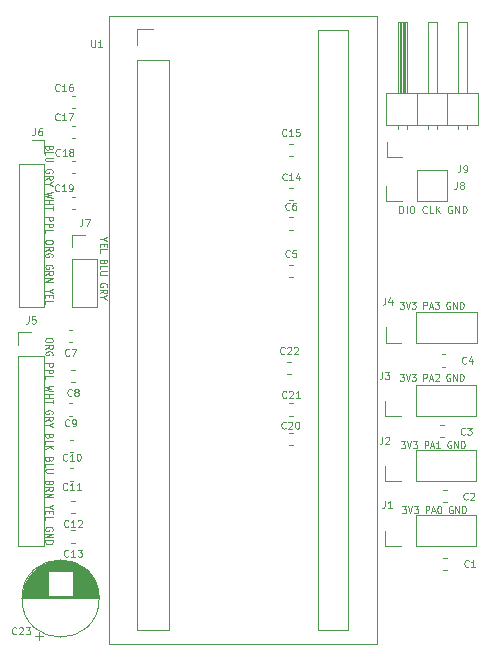
<source format=gbr>
%TF.GenerationSoftware,KiCad,Pcbnew,7.0.2*%
%TF.CreationDate,2023-07-25T22:56:35+09:00*%
%TF.ProjectId,bluepill_yoke,626c7565-7069-46c6-9c5f-796f6b652e6b,rev?*%
%TF.SameCoordinates,Original*%
%TF.FileFunction,Legend,Top*%
%TF.FilePolarity,Positive*%
%FSLAX46Y46*%
G04 Gerber Fmt 4.6, Leading zero omitted, Abs format (unit mm)*
G04 Created by KiCad (PCBNEW 7.0.2) date 2023-07-25 22:56:35*
%MOMM*%
%LPD*%
G01*
G04 APERTURE LIST*
%ADD10C,0.100000*%
%ADD11C,0.060000*%
%ADD12C,0.120000*%
G04 APERTURE END LIST*
D10*
X118142857Y-68126571D02*
X118142857Y-67526571D01*
X118142857Y-67526571D02*
X118285714Y-67526571D01*
X118285714Y-67526571D02*
X118371428Y-67555142D01*
X118371428Y-67555142D02*
X118428571Y-67612285D01*
X118428571Y-67612285D02*
X118457142Y-67669428D01*
X118457142Y-67669428D02*
X118485714Y-67783714D01*
X118485714Y-67783714D02*
X118485714Y-67869428D01*
X118485714Y-67869428D02*
X118457142Y-67983714D01*
X118457142Y-67983714D02*
X118428571Y-68040857D01*
X118428571Y-68040857D02*
X118371428Y-68098000D01*
X118371428Y-68098000D02*
X118285714Y-68126571D01*
X118285714Y-68126571D02*
X118142857Y-68126571D01*
X118742857Y-68126571D02*
X118742857Y-67526571D01*
X119142856Y-67526571D02*
X119257142Y-67526571D01*
X119257142Y-67526571D02*
X119314285Y-67555142D01*
X119314285Y-67555142D02*
X119371428Y-67612285D01*
X119371428Y-67612285D02*
X119399999Y-67726571D01*
X119399999Y-67726571D02*
X119399999Y-67926571D01*
X119399999Y-67926571D02*
X119371428Y-68040857D01*
X119371428Y-68040857D02*
X119314285Y-68098000D01*
X119314285Y-68098000D02*
X119257142Y-68126571D01*
X119257142Y-68126571D02*
X119142856Y-68126571D01*
X119142856Y-68126571D02*
X119085714Y-68098000D01*
X119085714Y-68098000D02*
X119028571Y-68040857D01*
X119028571Y-68040857D02*
X118999999Y-67926571D01*
X118999999Y-67926571D02*
X118999999Y-67726571D01*
X118999999Y-67726571D02*
X119028571Y-67612285D01*
X119028571Y-67612285D02*
X119085714Y-67555142D01*
X119085714Y-67555142D02*
X119142856Y-67526571D01*
X120457142Y-68069428D02*
X120428570Y-68098000D01*
X120428570Y-68098000D02*
X120342856Y-68126571D01*
X120342856Y-68126571D02*
X120285713Y-68126571D01*
X120285713Y-68126571D02*
X120199999Y-68098000D01*
X120199999Y-68098000D02*
X120142856Y-68040857D01*
X120142856Y-68040857D02*
X120114285Y-67983714D01*
X120114285Y-67983714D02*
X120085713Y-67869428D01*
X120085713Y-67869428D02*
X120085713Y-67783714D01*
X120085713Y-67783714D02*
X120114285Y-67669428D01*
X120114285Y-67669428D02*
X120142856Y-67612285D01*
X120142856Y-67612285D02*
X120199999Y-67555142D01*
X120199999Y-67555142D02*
X120285713Y-67526571D01*
X120285713Y-67526571D02*
X120342856Y-67526571D01*
X120342856Y-67526571D02*
X120428570Y-67555142D01*
X120428570Y-67555142D02*
X120457142Y-67583714D01*
X120999999Y-68126571D02*
X120714285Y-68126571D01*
X120714285Y-68126571D02*
X120714285Y-67526571D01*
X121199999Y-68126571D02*
X121199999Y-67526571D01*
X121542856Y-68126571D02*
X121285713Y-67783714D01*
X121542856Y-67526571D02*
X121199999Y-67869428D01*
X122571427Y-67555142D02*
X122514285Y-67526571D01*
X122514285Y-67526571D02*
X122428570Y-67526571D01*
X122428570Y-67526571D02*
X122342856Y-67555142D01*
X122342856Y-67555142D02*
X122285713Y-67612285D01*
X122285713Y-67612285D02*
X122257142Y-67669428D01*
X122257142Y-67669428D02*
X122228570Y-67783714D01*
X122228570Y-67783714D02*
X122228570Y-67869428D01*
X122228570Y-67869428D02*
X122257142Y-67983714D01*
X122257142Y-67983714D02*
X122285713Y-68040857D01*
X122285713Y-68040857D02*
X122342856Y-68098000D01*
X122342856Y-68098000D02*
X122428570Y-68126571D01*
X122428570Y-68126571D02*
X122485713Y-68126571D01*
X122485713Y-68126571D02*
X122571427Y-68098000D01*
X122571427Y-68098000D02*
X122599999Y-68069428D01*
X122599999Y-68069428D02*
X122599999Y-67869428D01*
X122599999Y-67869428D02*
X122485713Y-67869428D01*
X122857142Y-68126571D02*
X122857142Y-67526571D01*
X122857142Y-67526571D02*
X123199999Y-68126571D01*
X123199999Y-68126571D02*
X123199999Y-67526571D01*
X123485713Y-68126571D02*
X123485713Y-67526571D01*
X123485713Y-67526571D02*
X123628570Y-67526571D01*
X123628570Y-67526571D02*
X123714284Y-67555142D01*
X123714284Y-67555142D02*
X123771427Y-67612285D01*
X123771427Y-67612285D02*
X123799998Y-67669428D01*
X123799998Y-67669428D02*
X123828570Y-67783714D01*
X123828570Y-67783714D02*
X123828570Y-67869428D01*
X123828570Y-67869428D02*
X123799998Y-67983714D01*
X123799998Y-67983714D02*
X123771427Y-68040857D01*
X123771427Y-68040857D02*
X123714284Y-68098000D01*
X123714284Y-68098000D02*
X123628570Y-68126571D01*
X123628570Y-68126571D02*
X123485713Y-68126571D01*
X118378571Y-92926571D02*
X118719047Y-92926571D01*
X118719047Y-92926571D02*
X118535714Y-93155142D01*
X118535714Y-93155142D02*
X118614285Y-93155142D01*
X118614285Y-93155142D02*
X118666666Y-93183714D01*
X118666666Y-93183714D02*
X118692857Y-93212285D01*
X118692857Y-93212285D02*
X118719047Y-93269428D01*
X118719047Y-93269428D02*
X118719047Y-93412285D01*
X118719047Y-93412285D02*
X118692857Y-93469428D01*
X118692857Y-93469428D02*
X118666666Y-93498000D01*
X118666666Y-93498000D02*
X118614285Y-93526571D01*
X118614285Y-93526571D02*
X118457142Y-93526571D01*
X118457142Y-93526571D02*
X118404761Y-93498000D01*
X118404761Y-93498000D02*
X118378571Y-93469428D01*
X118876190Y-92926571D02*
X119059524Y-93526571D01*
X119059524Y-93526571D02*
X119242857Y-92926571D01*
X119373810Y-92926571D02*
X119714286Y-92926571D01*
X119714286Y-92926571D02*
X119530953Y-93155142D01*
X119530953Y-93155142D02*
X119609524Y-93155142D01*
X119609524Y-93155142D02*
X119661905Y-93183714D01*
X119661905Y-93183714D02*
X119688096Y-93212285D01*
X119688096Y-93212285D02*
X119714286Y-93269428D01*
X119714286Y-93269428D02*
X119714286Y-93412285D01*
X119714286Y-93412285D02*
X119688096Y-93469428D01*
X119688096Y-93469428D02*
X119661905Y-93498000D01*
X119661905Y-93498000D02*
X119609524Y-93526571D01*
X119609524Y-93526571D02*
X119452381Y-93526571D01*
X119452381Y-93526571D02*
X119400000Y-93498000D01*
X119400000Y-93498000D02*
X119373810Y-93469428D01*
X120369049Y-93526571D02*
X120369049Y-92926571D01*
X120369049Y-92926571D02*
X120578573Y-92926571D01*
X120578573Y-92926571D02*
X120630954Y-92955142D01*
X120630954Y-92955142D02*
X120657144Y-92983714D01*
X120657144Y-92983714D02*
X120683335Y-93040857D01*
X120683335Y-93040857D02*
X120683335Y-93126571D01*
X120683335Y-93126571D02*
X120657144Y-93183714D01*
X120657144Y-93183714D02*
X120630954Y-93212285D01*
X120630954Y-93212285D02*
X120578573Y-93240857D01*
X120578573Y-93240857D02*
X120369049Y-93240857D01*
X120892858Y-93355142D02*
X121154763Y-93355142D01*
X120840477Y-93526571D02*
X121023811Y-92926571D01*
X121023811Y-92926571D02*
X121207144Y-93526571D01*
X121495240Y-92926571D02*
X121547621Y-92926571D01*
X121547621Y-92926571D02*
X121600002Y-92955142D01*
X121600002Y-92955142D02*
X121626192Y-92983714D01*
X121626192Y-92983714D02*
X121652383Y-93040857D01*
X121652383Y-93040857D02*
X121678573Y-93155142D01*
X121678573Y-93155142D02*
X121678573Y-93298000D01*
X121678573Y-93298000D02*
X121652383Y-93412285D01*
X121652383Y-93412285D02*
X121626192Y-93469428D01*
X121626192Y-93469428D02*
X121600002Y-93498000D01*
X121600002Y-93498000D02*
X121547621Y-93526571D01*
X121547621Y-93526571D02*
X121495240Y-93526571D01*
X121495240Y-93526571D02*
X121442859Y-93498000D01*
X121442859Y-93498000D02*
X121416668Y-93469428D01*
X121416668Y-93469428D02*
X121390478Y-93412285D01*
X121390478Y-93412285D02*
X121364287Y-93298000D01*
X121364287Y-93298000D02*
X121364287Y-93155142D01*
X121364287Y-93155142D02*
X121390478Y-93040857D01*
X121390478Y-93040857D02*
X121416668Y-92983714D01*
X121416668Y-92983714D02*
X121442859Y-92955142D01*
X121442859Y-92955142D02*
X121495240Y-92926571D01*
X122621431Y-92955142D02*
X122569050Y-92926571D01*
X122569050Y-92926571D02*
X122490479Y-92926571D01*
X122490479Y-92926571D02*
X122411907Y-92955142D01*
X122411907Y-92955142D02*
X122359526Y-93012285D01*
X122359526Y-93012285D02*
X122333336Y-93069428D01*
X122333336Y-93069428D02*
X122307145Y-93183714D01*
X122307145Y-93183714D02*
X122307145Y-93269428D01*
X122307145Y-93269428D02*
X122333336Y-93383714D01*
X122333336Y-93383714D02*
X122359526Y-93440857D01*
X122359526Y-93440857D02*
X122411907Y-93498000D01*
X122411907Y-93498000D02*
X122490479Y-93526571D01*
X122490479Y-93526571D02*
X122542860Y-93526571D01*
X122542860Y-93526571D02*
X122621431Y-93498000D01*
X122621431Y-93498000D02*
X122647622Y-93469428D01*
X122647622Y-93469428D02*
X122647622Y-93269428D01*
X122647622Y-93269428D02*
X122542860Y-93269428D01*
X122883336Y-93526571D02*
X122883336Y-92926571D01*
X122883336Y-92926571D02*
X123197622Y-93526571D01*
X123197622Y-93526571D02*
X123197622Y-92926571D01*
X123459526Y-93526571D02*
X123459526Y-92926571D01*
X123459526Y-92926571D02*
X123590478Y-92926571D01*
X123590478Y-92926571D02*
X123669050Y-92955142D01*
X123669050Y-92955142D02*
X123721431Y-93012285D01*
X123721431Y-93012285D02*
X123747621Y-93069428D01*
X123747621Y-93069428D02*
X123773812Y-93183714D01*
X123773812Y-93183714D02*
X123773812Y-93269428D01*
X123773812Y-93269428D02*
X123747621Y-93383714D01*
X123747621Y-93383714D02*
X123721431Y-93440857D01*
X123721431Y-93440857D02*
X123669050Y-93498000D01*
X123669050Y-93498000D02*
X123590478Y-93526571D01*
X123590478Y-93526571D02*
X123459526Y-93526571D01*
X118278571Y-87426571D02*
X118619047Y-87426571D01*
X118619047Y-87426571D02*
X118435714Y-87655142D01*
X118435714Y-87655142D02*
X118514285Y-87655142D01*
X118514285Y-87655142D02*
X118566666Y-87683714D01*
X118566666Y-87683714D02*
X118592857Y-87712285D01*
X118592857Y-87712285D02*
X118619047Y-87769428D01*
X118619047Y-87769428D02*
X118619047Y-87912285D01*
X118619047Y-87912285D02*
X118592857Y-87969428D01*
X118592857Y-87969428D02*
X118566666Y-87998000D01*
X118566666Y-87998000D02*
X118514285Y-88026571D01*
X118514285Y-88026571D02*
X118357142Y-88026571D01*
X118357142Y-88026571D02*
X118304761Y-87998000D01*
X118304761Y-87998000D02*
X118278571Y-87969428D01*
X118776190Y-87426571D02*
X118959524Y-88026571D01*
X118959524Y-88026571D02*
X119142857Y-87426571D01*
X119273810Y-87426571D02*
X119614286Y-87426571D01*
X119614286Y-87426571D02*
X119430953Y-87655142D01*
X119430953Y-87655142D02*
X119509524Y-87655142D01*
X119509524Y-87655142D02*
X119561905Y-87683714D01*
X119561905Y-87683714D02*
X119588096Y-87712285D01*
X119588096Y-87712285D02*
X119614286Y-87769428D01*
X119614286Y-87769428D02*
X119614286Y-87912285D01*
X119614286Y-87912285D02*
X119588096Y-87969428D01*
X119588096Y-87969428D02*
X119561905Y-87998000D01*
X119561905Y-87998000D02*
X119509524Y-88026571D01*
X119509524Y-88026571D02*
X119352381Y-88026571D01*
X119352381Y-88026571D02*
X119300000Y-87998000D01*
X119300000Y-87998000D02*
X119273810Y-87969428D01*
X120269049Y-88026571D02*
X120269049Y-87426571D01*
X120269049Y-87426571D02*
X120478573Y-87426571D01*
X120478573Y-87426571D02*
X120530954Y-87455142D01*
X120530954Y-87455142D02*
X120557144Y-87483714D01*
X120557144Y-87483714D02*
X120583335Y-87540857D01*
X120583335Y-87540857D02*
X120583335Y-87626571D01*
X120583335Y-87626571D02*
X120557144Y-87683714D01*
X120557144Y-87683714D02*
X120530954Y-87712285D01*
X120530954Y-87712285D02*
X120478573Y-87740857D01*
X120478573Y-87740857D02*
X120269049Y-87740857D01*
X120792858Y-87855142D02*
X121054763Y-87855142D01*
X120740477Y-88026571D02*
X120923811Y-87426571D01*
X120923811Y-87426571D02*
X121107144Y-88026571D01*
X121578573Y-88026571D02*
X121264287Y-88026571D01*
X121421430Y-88026571D02*
X121421430Y-87426571D01*
X121421430Y-87426571D02*
X121369049Y-87512285D01*
X121369049Y-87512285D02*
X121316668Y-87569428D01*
X121316668Y-87569428D02*
X121264287Y-87598000D01*
X122521431Y-87455142D02*
X122469050Y-87426571D01*
X122469050Y-87426571D02*
X122390479Y-87426571D01*
X122390479Y-87426571D02*
X122311907Y-87455142D01*
X122311907Y-87455142D02*
X122259526Y-87512285D01*
X122259526Y-87512285D02*
X122233336Y-87569428D01*
X122233336Y-87569428D02*
X122207145Y-87683714D01*
X122207145Y-87683714D02*
X122207145Y-87769428D01*
X122207145Y-87769428D02*
X122233336Y-87883714D01*
X122233336Y-87883714D02*
X122259526Y-87940857D01*
X122259526Y-87940857D02*
X122311907Y-87998000D01*
X122311907Y-87998000D02*
X122390479Y-88026571D01*
X122390479Y-88026571D02*
X122442860Y-88026571D01*
X122442860Y-88026571D02*
X122521431Y-87998000D01*
X122521431Y-87998000D02*
X122547622Y-87969428D01*
X122547622Y-87969428D02*
X122547622Y-87769428D01*
X122547622Y-87769428D02*
X122442860Y-87769428D01*
X122783336Y-88026571D02*
X122783336Y-87426571D01*
X122783336Y-87426571D02*
X123097622Y-88026571D01*
X123097622Y-88026571D02*
X123097622Y-87426571D01*
X123359526Y-88026571D02*
X123359526Y-87426571D01*
X123359526Y-87426571D02*
X123490478Y-87426571D01*
X123490478Y-87426571D02*
X123569050Y-87455142D01*
X123569050Y-87455142D02*
X123621431Y-87512285D01*
X123621431Y-87512285D02*
X123647621Y-87569428D01*
X123647621Y-87569428D02*
X123673812Y-87683714D01*
X123673812Y-87683714D02*
X123673812Y-87769428D01*
X123673812Y-87769428D02*
X123647621Y-87883714D01*
X123647621Y-87883714D02*
X123621431Y-87940857D01*
X123621431Y-87940857D02*
X123569050Y-87998000D01*
X123569050Y-87998000D02*
X123490478Y-88026571D01*
X123490478Y-88026571D02*
X123359526Y-88026571D01*
X118178571Y-81726571D02*
X118519047Y-81726571D01*
X118519047Y-81726571D02*
X118335714Y-81955142D01*
X118335714Y-81955142D02*
X118414285Y-81955142D01*
X118414285Y-81955142D02*
X118466666Y-81983714D01*
X118466666Y-81983714D02*
X118492857Y-82012285D01*
X118492857Y-82012285D02*
X118519047Y-82069428D01*
X118519047Y-82069428D02*
X118519047Y-82212285D01*
X118519047Y-82212285D02*
X118492857Y-82269428D01*
X118492857Y-82269428D02*
X118466666Y-82298000D01*
X118466666Y-82298000D02*
X118414285Y-82326571D01*
X118414285Y-82326571D02*
X118257142Y-82326571D01*
X118257142Y-82326571D02*
X118204761Y-82298000D01*
X118204761Y-82298000D02*
X118178571Y-82269428D01*
X118676190Y-81726571D02*
X118859524Y-82326571D01*
X118859524Y-82326571D02*
X119042857Y-81726571D01*
X119173810Y-81726571D02*
X119514286Y-81726571D01*
X119514286Y-81726571D02*
X119330953Y-81955142D01*
X119330953Y-81955142D02*
X119409524Y-81955142D01*
X119409524Y-81955142D02*
X119461905Y-81983714D01*
X119461905Y-81983714D02*
X119488096Y-82012285D01*
X119488096Y-82012285D02*
X119514286Y-82069428D01*
X119514286Y-82069428D02*
X119514286Y-82212285D01*
X119514286Y-82212285D02*
X119488096Y-82269428D01*
X119488096Y-82269428D02*
X119461905Y-82298000D01*
X119461905Y-82298000D02*
X119409524Y-82326571D01*
X119409524Y-82326571D02*
X119252381Y-82326571D01*
X119252381Y-82326571D02*
X119200000Y-82298000D01*
X119200000Y-82298000D02*
X119173810Y-82269428D01*
X120169049Y-82326571D02*
X120169049Y-81726571D01*
X120169049Y-81726571D02*
X120378573Y-81726571D01*
X120378573Y-81726571D02*
X120430954Y-81755142D01*
X120430954Y-81755142D02*
X120457144Y-81783714D01*
X120457144Y-81783714D02*
X120483335Y-81840857D01*
X120483335Y-81840857D02*
X120483335Y-81926571D01*
X120483335Y-81926571D02*
X120457144Y-81983714D01*
X120457144Y-81983714D02*
X120430954Y-82012285D01*
X120430954Y-82012285D02*
X120378573Y-82040857D01*
X120378573Y-82040857D02*
X120169049Y-82040857D01*
X120692858Y-82155142D02*
X120954763Y-82155142D01*
X120640477Y-82326571D02*
X120823811Y-81726571D01*
X120823811Y-81726571D02*
X121007144Y-82326571D01*
X121164287Y-81783714D02*
X121190478Y-81755142D01*
X121190478Y-81755142D02*
X121242859Y-81726571D01*
X121242859Y-81726571D02*
X121373811Y-81726571D01*
X121373811Y-81726571D02*
X121426192Y-81755142D01*
X121426192Y-81755142D02*
X121452383Y-81783714D01*
X121452383Y-81783714D02*
X121478573Y-81840857D01*
X121478573Y-81840857D02*
X121478573Y-81898000D01*
X121478573Y-81898000D02*
X121452383Y-81983714D01*
X121452383Y-81983714D02*
X121138097Y-82326571D01*
X121138097Y-82326571D02*
X121478573Y-82326571D01*
X122421431Y-81755142D02*
X122369050Y-81726571D01*
X122369050Y-81726571D02*
X122290479Y-81726571D01*
X122290479Y-81726571D02*
X122211907Y-81755142D01*
X122211907Y-81755142D02*
X122159526Y-81812285D01*
X122159526Y-81812285D02*
X122133336Y-81869428D01*
X122133336Y-81869428D02*
X122107145Y-81983714D01*
X122107145Y-81983714D02*
X122107145Y-82069428D01*
X122107145Y-82069428D02*
X122133336Y-82183714D01*
X122133336Y-82183714D02*
X122159526Y-82240857D01*
X122159526Y-82240857D02*
X122211907Y-82298000D01*
X122211907Y-82298000D02*
X122290479Y-82326571D01*
X122290479Y-82326571D02*
X122342860Y-82326571D01*
X122342860Y-82326571D02*
X122421431Y-82298000D01*
X122421431Y-82298000D02*
X122447622Y-82269428D01*
X122447622Y-82269428D02*
X122447622Y-82069428D01*
X122447622Y-82069428D02*
X122342860Y-82069428D01*
X122683336Y-82326571D02*
X122683336Y-81726571D01*
X122683336Y-81726571D02*
X122997622Y-82326571D01*
X122997622Y-82326571D02*
X122997622Y-81726571D01*
X123259526Y-82326571D02*
X123259526Y-81726571D01*
X123259526Y-81726571D02*
X123390478Y-81726571D01*
X123390478Y-81726571D02*
X123469050Y-81755142D01*
X123469050Y-81755142D02*
X123521431Y-81812285D01*
X123521431Y-81812285D02*
X123547621Y-81869428D01*
X123547621Y-81869428D02*
X123573812Y-81983714D01*
X123573812Y-81983714D02*
X123573812Y-82069428D01*
X123573812Y-82069428D02*
X123547621Y-82183714D01*
X123547621Y-82183714D02*
X123521431Y-82240857D01*
X123521431Y-82240857D02*
X123469050Y-82298000D01*
X123469050Y-82298000D02*
X123390478Y-82326571D01*
X123390478Y-82326571D02*
X123259526Y-82326571D01*
X118178571Y-75626571D02*
X118519047Y-75626571D01*
X118519047Y-75626571D02*
X118335714Y-75855142D01*
X118335714Y-75855142D02*
X118414285Y-75855142D01*
X118414285Y-75855142D02*
X118466666Y-75883714D01*
X118466666Y-75883714D02*
X118492857Y-75912285D01*
X118492857Y-75912285D02*
X118519047Y-75969428D01*
X118519047Y-75969428D02*
X118519047Y-76112285D01*
X118519047Y-76112285D02*
X118492857Y-76169428D01*
X118492857Y-76169428D02*
X118466666Y-76198000D01*
X118466666Y-76198000D02*
X118414285Y-76226571D01*
X118414285Y-76226571D02*
X118257142Y-76226571D01*
X118257142Y-76226571D02*
X118204761Y-76198000D01*
X118204761Y-76198000D02*
X118178571Y-76169428D01*
X118676190Y-75626571D02*
X118859524Y-76226571D01*
X118859524Y-76226571D02*
X119042857Y-75626571D01*
X119173810Y-75626571D02*
X119514286Y-75626571D01*
X119514286Y-75626571D02*
X119330953Y-75855142D01*
X119330953Y-75855142D02*
X119409524Y-75855142D01*
X119409524Y-75855142D02*
X119461905Y-75883714D01*
X119461905Y-75883714D02*
X119488096Y-75912285D01*
X119488096Y-75912285D02*
X119514286Y-75969428D01*
X119514286Y-75969428D02*
X119514286Y-76112285D01*
X119514286Y-76112285D02*
X119488096Y-76169428D01*
X119488096Y-76169428D02*
X119461905Y-76198000D01*
X119461905Y-76198000D02*
X119409524Y-76226571D01*
X119409524Y-76226571D02*
X119252381Y-76226571D01*
X119252381Y-76226571D02*
X119200000Y-76198000D01*
X119200000Y-76198000D02*
X119173810Y-76169428D01*
X120169049Y-76226571D02*
X120169049Y-75626571D01*
X120169049Y-75626571D02*
X120378573Y-75626571D01*
X120378573Y-75626571D02*
X120430954Y-75655142D01*
X120430954Y-75655142D02*
X120457144Y-75683714D01*
X120457144Y-75683714D02*
X120483335Y-75740857D01*
X120483335Y-75740857D02*
X120483335Y-75826571D01*
X120483335Y-75826571D02*
X120457144Y-75883714D01*
X120457144Y-75883714D02*
X120430954Y-75912285D01*
X120430954Y-75912285D02*
X120378573Y-75940857D01*
X120378573Y-75940857D02*
X120169049Y-75940857D01*
X120692858Y-76055142D02*
X120954763Y-76055142D01*
X120640477Y-76226571D02*
X120823811Y-75626571D01*
X120823811Y-75626571D02*
X121007144Y-76226571D01*
X121138097Y-75626571D02*
X121478573Y-75626571D01*
X121478573Y-75626571D02*
X121295240Y-75855142D01*
X121295240Y-75855142D02*
X121373811Y-75855142D01*
X121373811Y-75855142D02*
X121426192Y-75883714D01*
X121426192Y-75883714D02*
X121452383Y-75912285D01*
X121452383Y-75912285D02*
X121478573Y-75969428D01*
X121478573Y-75969428D02*
X121478573Y-76112285D01*
X121478573Y-76112285D02*
X121452383Y-76169428D01*
X121452383Y-76169428D02*
X121426192Y-76198000D01*
X121426192Y-76198000D02*
X121373811Y-76226571D01*
X121373811Y-76226571D02*
X121216668Y-76226571D01*
X121216668Y-76226571D02*
X121164287Y-76198000D01*
X121164287Y-76198000D02*
X121138097Y-76169428D01*
X122421431Y-75655142D02*
X122369050Y-75626571D01*
X122369050Y-75626571D02*
X122290479Y-75626571D01*
X122290479Y-75626571D02*
X122211907Y-75655142D01*
X122211907Y-75655142D02*
X122159526Y-75712285D01*
X122159526Y-75712285D02*
X122133336Y-75769428D01*
X122133336Y-75769428D02*
X122107145Y-75883714D01*
X122107145Y-75883714D02*
X122107145Y-75969428D01*
X122107145Y-75969428D02*
X122133336Y-76083714D01*
X122133336Y-76083714D02*
X122159526Y-76140857D01*
X122159526Y-76140857D02*
X122211907Y-76198000D01*
X122211907Y-76198000D02*
X122290479Y-76226571D01*
X122290479Y-76226571D02*
X122342860Y-76226571D01*
X122342860Y-76226571D02*
X122421431Y-76198000D01*
X122421431Y-76198000D02*
X122447622Y-76169428D01*
X122447622Y-76169428D02*
X122447622Y-75969428D01*
X122447622Y-75969428D02*
X122342860Y-75969428D01*
X122683336Y-76226571D02*
X122683336Y-75626571D01*
X122683336Y-75626571D02*
X122997622Y-76226571D01*
X122997622Y-76226571D02*
X122997622Y-75626571D01*
X123259526Y-76226571D02*
X123259526Y-75626571D01*
X123259526Y-75626571D02*
X123390478Y-75626571D01*
X123390478Y-75626571D02*
X123469050Y-75655142D01*
X123469050Y-75655142D02*
X123521431Y-75712285D01*
X123521431Y-75712285D02*
X123547621Y-75769428D01*
X123547621Y-75769428D02*
X123573812Y-75883714D01*
X123573812Y-75883714D02*
X123573812Y-75969428D01*
X123573812Y-75969428D02*
X123547621Y-76083714D01*
X123547621Y-76083714D02*
X123521431Y-76140857D01*
X123521431Y-76140857D02*
X123469050Y-76198000D01*
X123469050Y-76198000D02*
X123390478Y-76226571D01*
X123390478Y-76226571D02*
X123259526Y-76226571D01*
X88773428Y-78835714D02*
X88773428Y-78940476D01*
X88773428Y-78940476D02*
X88744857Y-78992857D01*
X88744857Y-78992857D02*
X88687714Y-79045238D01*
X88687714Y-79045238D02*
X88573428Y-79071428D01*
X88573428Y-79071428D02*
X88373428Y-79071428D01*
X88373428Y-79071428D02*
X88259142Y-79045238D01*
X88259142Y-79045238D02*
X88202000Y-78992857D01*
X88202000Y-78992857D02*
X88173428Y-78940476D01*
X88173428Y-78940476D02*
X88173428Y-78835714D01*
X88173428Y-78835714D02*
X88202000Y-78783333D01*
X88202000Y-78783333D02*
X88259142Y-78730952D01*
X88259142Y-78730952D02*
X88373428Y-78704761D01*
X88373428Y-78704761D02*
X88573428Y-78704761D01*
X88573428Y-78704761D02*
X88687714Y-78730952D01*
X88687714Y-78730952D02*
X88744857Y-78783333D01*
X88744857Y-78783333D02*
X88773428Y-78835714D01*
X88173428Y-79621428D02*
X88459142Y-79438094D01*
X88173428Y-79307142D02*
X88773428Y-79307142D01*
X88773428Y-79307142D02*
X88773428Y-79516666D01*
X88773428Y-79516666D02*
X88744857Y-79569047D01*
X88744857Y-79569047D02*
X88716285Y-79595237D01*
X88716285Y-79595237D02*
X88659142Y-79621428D01*
X88659142Y-79621428D02*
X88573428Y-79621428D01*
X88573428Y-79621428D02*
X88516285Y-79595237D01*
X88516285Y-79595237D02*
X88487714Y-79569047D01*
X88487714Y-79569047D02*
X88459142Y-79516666D01*
X88459142Y-79516666D02*
X88459142Y-79307142D01*
X88744857Y-80145237D02*
X88773428Y-80092856D01*
X88773428Y-80092856D02*
X88773428Y-80014285D01*
X88773428Y-80014285D02*
X88744857Y-79935713D01*
X88744857Y-79935713D02*
X88687714Y-79883332D01*
X88687714Y-79883332D02*
X88630571Y-79857142D01*
X88630571Y-79857142D02*
X88516285Y-79830951D01*
X88516285Y-79830951D02*
X88430571Y-79830951D01*
X88430571Y-79830951D02*
X88316285Y-79857142D01*
X88316285Y-79857142D02*
X88259142Y-79883332D01*
X88259142Y-79883332D02*
X88202000Y-79935713D01*
X88202000Y-79935713D02*
X88173428Y-80014285D01*
X88173428Y-80014285D02*
X88173428Y-80066666D01*
X88173428Y-80066666D02*
X88202000Y-80145237D01*
X88202000Y-80145237D02*
X88230571Y-80171428D01*
X88230571Y-80171428D02*
X88430571Y-80171428D01*
X88430571Y-80171428D02*
X88430571Y-80066666D01*
X88173428Y-80826190D02*
X88773428Y-80826190D01*
X88773428Y-80826190D02*
X88773428Y-81035714D01*
X88773428Y-81035714D02*
X88744857Y-81088095D01*
X88744857Y-81088095D02*
X88716285Y-81114285D01*
X88716285Y-81114285D02*
X88659142Y-81140476D01*
X88659142Y-81140476D02*
X88573428Y-81140476D01*
X88573428Y-81140476D02*
X88516285Y-81114285D01*
X88516285Y-81114285D02*
X88487714Y-81088095D01*
X88487714Y-81088095D02*
X88459142Y-81035714D01*
X88459142Y-81035714D02*
X88459142Y-80826190D01*
X88173428Y-81376190D02*
X88773428Y-81376190D01*
X88773428Y-81376190D02*
X88773428Y-81585714D01*
X88773428Y-81585714D02*
X88744857Y-81638095D01*
X88744857Y-81638095D02*
X88716285Y-81664285D01*
X88716285Y-81664285D02*
X88659142Y-81690476D01*
X88659142Y-81690476D02*
X88573428Y-81690476D01*
X88573428Y-81690476D02*
X88516285Y-81664285D01*
X88516285Y-81664285D02*
X88487714Y-81638095D01*
X88487714Y-81638095D02*
X88459142Y-81585714D01*
X88459142Y-81585714D02*
X88459142Y-81376190D01*
X88173428Y-82188095D02*
X88173428Y-81926190D01*
X88173428Y-81926190D02*
X88773428Y-81926190D01*
X88773428Y-82738095D02*
X88173428Y-82869047D01*
X88173428Y-82869047D02*
X88602000Y-82973809D01*
X88602000Y-82973809D02*
X88173428Y-83078571D01*
X88173428Y-83078571D02*
X88773428Y-83209524D01*
X88173428Y-83419047D02*
X88773428Y-83419047D01*
X88487714Y-83419047D02*
X88487714Y-83733333D01*
X88173428Y-83733333D02*
X88773428Y-83733333D01*
X88773428Y-83916665D02*
X88773428Y-84230951D01*
X88173428Y-84073808D02*
X88773428Y-84073808D01*
X88744857Y-85121428D02*
X88773428Y-85069047D01*
X88773428Y-85069047D02*
X88773428Y-84990476D01*
X88773428Y-84990476D02*
X88744857Y-84911904D01*
X88744857Y-84911904D02*
X88687714Y-84859523D01*
X88687714Y-84859523D02*
X88630571Y-84833333D01*
X88630571Y-84833333D02*
X88516285Y-84807142D01*
X88516285Y-84807142D02*
X88430571Y-84807142D01*
X88430571Y-84807142D02*
X88316285Y-84833333D01*
X88316285Y-84833333D02*
X88259142Y-84859523D01*
X88259142Y-84859523D02*
X88202000Y-84911904D01*
X88202000Y-84911904D02*
X88173428Y-84990476D01*
X88173428Y-84990476D02*
X88173428Y-85042857D01*
X88173428Y-85042857D02*
X88202000Y-85121428D01*
X88202000Y-85121428D02*
X88230571Y-85147619D01*
X88230571Y-85147619D02*
X88430571Y-85147619D01*
X88430571Y-85147619D02*
X88430571Y-85042857D01*
X88173428Y-85697619D02*
X88459142Y-85514285D01*
X88173428Y-85383333D02*
X88773428Y-85383333D01*
X88773428Y-85383333D02*
X88773428Y-85592857D01*
X88773428Y-85592857D02*
X88744857Y-85645238D01*
X88744857Y-85645238D02*
X88716285Y-85671428D01*
X88716285Y-85671428D02*
X88659142Y-85697619D01*
X88659142Y-85697619D02*
X88573428Y-85697619D01*
X88573428Y-85697619D02*
X88516285Y-85671428D01*
X88516285Y-85671428D02*
X88487714Y-85645238D01*
X88487714Y-85645238D02*
X88459142Y-85592857D01*
X88459142Y-85592857D02*
X88459142Y-85383333D01*
X88459142Y-86038095D02*
X88173428Y-86038095D01*
X88773428Y-85854761D02*
X88459142Y-86038095D01*
X88459142Y-86038095D02*
X88773428Y-86221428D01*
X88487714Y-87007143D02*
X88459142Y-87085715D01*
X88459142Y-87085715D02*
X88430571Y-87111905D01*
X88430571Y-87111905D02*
X88373428Y-87138096D01*
X88373428Y-87138096D02*
X88287714Y-87138096D01*
X88287714Y-87138096D02*
X88230571Y-87111905D01*
X88230571Y-87111905D02*
X88202000Y-87085715D01*
X88202000Y-87085715D02*
X88173428Y-87033334D01*
X88173428Y-87033334D02*
X88173428Y-86823810D01*
X88173428Y-86823810D02*
X88773428Y-86823810D01*
X88773428Y-86823810D02*
X88773428Y-87007143D01*
X88773428Y-87007143D02*
X88744857Y-87059524D01*
X88744857Y-87059524D02*
X88716285Y-87085715D01*
X88716285Y-87085715D02*
X88659142Y-87111905D01*
X88659142Y-87111905D02*
X88602000Y-87111905D01*
X88602000Y-87111905D02*
X88544857Y-87085715D01*
X88544857Y-87085715D02*
X88516285Y-87059524D01*
X88516285Y-87059524D02*
X88487714Y-87007143D01*
X88487714Y-87007143D02*
X88487714Y-86823810D01*
X88173428Y-87635715D02*
X88173428Y-87373810D01*
X88173428Y-87373810D02*
X88773428Y-87373810D01*
X88173428Y-87819048D02*
X88773428Y-87819048D01*
X88173428Y-88133334D02*
X88516285Y-87897619D01*
X88773428Y-88133334D02*
X88430571Y-87819048D01*
X88487714Y-88971429D02*
X88459142Y-89050001D01*
X88459142Y-89050001D02*
X88430571Y-89076191D01*
X88430571Y-89076191D02*
X88373428Y-89102382D01*
X88373428Y-89102382D02*
X88287714Y-89102382D01*
X88287714Y-89102382D02*
X88230571Y-89076191D01*
X88230571Y-89076191D02*
X88202000Y-89050001D01*
X88202000Y-89050001D02*
X88173428Y-88997620D01*
X88173428Y-88997620D02*
X88173428Y-88788096D01*
X88173428Y-88788096D02*
X88773428Y-88788096D01*
X88773428Y-88788096D02*
X88773428Y-88971429D01*
X88773428Y-88971429D02*
X88744857Y-89023810D01*
X88744857Y-89023810D02*
X88716285Y-89050001D01*
X88716285Y-89050001D02*
X88659142Y-89076191D01*
X88659142Y-89076191D02*
X88602000Y-89076191D01*
X88602000Y-89076191D02*
X88544857Y-89050001D01*
X88544857Y-89050001D02*
X88516285Y-89023810D01*
X88516285Y-89023810D02*
X88487714Y-88971429D01*
X88487714Y-88971429D02*
X88487714Y-88788096D01*
X88173428Y-89600001D02*
X88173428Y-89338096D01*
X88173428Y-89338096D02*
X88773428Y-89338096D01*
X88773428Y-89783334D02*
X88287714Y-89783334D01*
X88287714Y-89783334D02*
X88230571Y-89809524D01*
X88230571Y-89809524D02*
X88202000Y-89835715D01*
X88202000Y-89835715D02*
X88173428Y-89888096D01*
X88173428Y-89888096D02*
X88173428Y-89992858D01*
X88173428Y-89992858D02*
X88202000Y-90045239D01*
X88202000Y-90045239D02*
X88230571Y-90071429D01*
X88230571Y-90071429D02*
X88287714Y-90097620D01*
X88287714Y-90097620D02*
X88773428Y-90097620D01*
X88487714Y-90961905D02*
X88459142Y-91040477D01*
X88459142Y-91040477D02*
X88430571Y-91066667D01*
X88430571Y-91066667D02*
X88373428Y-91092858D01*
X88373428Y-91092858D02*
X88287714Y-91092858D01*
X88287714Y-91092858D02*
X88230571Y-91066667D01*
X88230571Y-91066667D02*
X88202000Y-91040477D01*
X88202000Y-91040477D02*
X88173428Y-90988096D01*
X88173428Y-90988096D02*
X88173428Y-90778572D01*
X88173428Y-90778572D02*
X88773428Y-90778572D01*
X88773428Y-90778572D02*
X88773428Y-90961905D01*
X88773428Y-90961905D02*
X88744857Y-91014286D01*
X88744857Y-91014286D02*
X88716285Y-91040477D01*
X88716285Y-91040477D02*
X88659142Y-91066667D01*
X88659142Y-91066667D02*
X88602000Y-91066667D01*
X88602000Y-91066667D02*
X88544857Y-91040477D01*
X88544857Y-91040477D02*
X88516285Y-91014286D01*
X88516285Y-91014286D02*
X88487714Y-90961905D01*
X88487714Y-90961905D02*
X88487714Y-90778572D01*
X88173428Y-91642858D02*
X88459142Y-91459524D01*
X88173428Y-91328572D02*
X88773428Y-91328572D01*
X88773428Y-91328572D02*
X88773428Y-91538096D01*
X88773428Y-91538096D02*
X88744857Y-91590477D01*
X88744857Y-91590477D02*
X88716285Y-91616667D01*
X88716285Y-91616667D02*
X88659142Y-91642858D01*
X88659142Y-91642858D02*
X88573428Y-91642858D01*
X88573428Y-91642858D02*
X88516285Y-91616667D01*
X88516285Y-91616667D02*
X88487714Y-91590477D01*
X88487714Y-91590477D02*
X88459142Y-91538096D01*
X88459142Y-91538096D02*
X88459142Y-91328572D01*
X88173428Y-91878572D02*
X88773428Y-91878572D01*
X88773428Y-91878572D02*
X88173428Y-92192858D01*
X88173428Y-92192858D02*
X88773428Y-92192858D01*
X88459142Y-92978572D02*
X88173428Y-92978572D01*
X88773428Y-92795238D02*
X88459142Y-92978572D01*
X88459142Y-92978572D02*
X88773428Y-93161905D01*
X88487714Y-93345239D02*
X88487714Y-93528572D01*
X88173428Y-93607144D02*
X88173428Y-93345239D01*
X88173428Y-93345239D02*
X88773428Y-93345239D01*
X88773428Y-93345239D02*
X88773428Y-93607144D01*
X88173428Y-94104763D02*
X88173428Y-93842858D01*
X88173428Y-93842858D02*
X88773428Y-93842858D01*
X88744857Y-94995239D02*
X88773428Y-94942858D01*
X88773428Y-94942858D02*
X88773428Y-94864287D01*
X88773428Y-94864287D02*
X88744857Y-94785715D01*
X88744857Y-94785715D02*
X88687714Y-94733334D01*
X88687714Y-94733334D02*
X88630571Y-94707144D01*
X88630571Y-94707144D02*
X88516285Y-94680953D01*
X88516285Y-94680953D02*
X88430571Y-94680953D01*
X88430571Y-94680953D02*
X88316285Y-94707144D01*
X88316285Y-94707144D02*
X88259142Y-94733334D01*
X88259142Y-94733334D02*
X88202000Y-94785715D01*
X88202000Y-94785715D02*
X88173428Y-94864287D01*
X88173428Y-94864287D02*
X88173428Y-94916668D01*
X88173428Y-94916668D02*
X88202000Y-94995239D01*
X88202000Y-94995239D02*
X88230571Y-95021430D01*
X88230571Y-95021430D02*
X88430571Y-95021430D01*
X88430571Y-95021430D02*
X88430571Y-94916668D01*
X88173428Y-95257144D02*
X88773428Y-95257144D01*
X88773428Y-95257144D02*
X88173428Y-95571430D01*
X88173428Y-95571430D02*
X88773428Y-95571430D01*
X88173428Y-95833334D02*
X88773428Y-95833334D01*
X88773428Y-95833334D02*
X88773428Y-95964286D01*
X88773428Y-95964286D02*
X88744857Y-96042858D01*
X88744857Y-96042858D02*
X88687714Y-96095239D01*
X88687714Y-96095239D02*
X88630571Y-96121429D01*
X88630571Y-96121429D02*
X88516285Y-96147620D01*
X88516285Y-96147620D02*
X88430571Y-96147620D01*
X88430571Y-96147620D02*
X88316285Y-96121429D01*
X88316285Y-96121429D02*
X88259142Y-96095239D01*
X88259142Y-96095239D02*
X88202000Y-96042858D01*
X88202000Y-96042858D02*
X88173428Y-95964286D01*
X88173428Y-95964286D02*
X88173428Y-95833334D01*
X88487714Y-62614285D02*
X88459142Y-62692857D01*
X88459142Y-62692857D02*
X88430571Y-62719047D01*
X88430571Y-62719047D02*
X88373428Y-62745238D01*
X88373428Y-62745238D02*
X88287714Y-62745238D01*
X88287714Y-62745238D02*
X88230571Y-62719047D01*
X88230571Y-62719047D02*
X88202000Y-62692857D01*
X88202000Y-62692857D02*
X88173428Y-62640476D01*
X88173428Y-62640476D02*
X88173428Y-62430952D01*
X88173428Y-62430952D02*
X88773428Y-62430952D01*
X88773428Y-62430952D02*
X88773428Y-62614285D01*
X88773428Y-62614285D02*
X88744857Y-62666666D01*
X88744857Y-62666666D02*
X88716285Y-62692857D01*
X88716285Y-62692857D02*
X88659142Y-62719047D01*
X88659142Y-62719047D02*
X88602000Y-62719047D01*
X88602000Y-62719047D02*
X88544857Y-62692857D01*
X88544857Y-62692857D02*
X88516285Y-62666666D01*
X88516285Y-62666666D02*
X88487714Y-62614285D01*
X88487714Y-62614285D02*
X88487714Y-62430952D01*
X88173428Y-63242857D02*
X88173428Y-62980952D01*
X88173428Y-62980952D02*
X88773428Y-62980952D01*
X88773428Y-63426190D02*
X88287714Y-63426190D01*
X88287714Y-63426190D02*
X88230571Y-63452380D01*
X88230571Y-63452380D02*
X88202000Y-63478571D01*
X88202000Y-63478571D02*
X88173428Y-63530952D01*
X88173428Y-63530952D02*
X88173428Y-63635714D01*
X88173428Y-63635714D02*
X88202000Y-63688095D01*
X88202000Y-63688095D02*
X88230571Y-63714285D01*
X88230571Y-63714285D02*
X88287714Y-63740476D01*
X88287714Y-63740476D02*
X88773428Y-63740476D01*
X88744857Y-64709523D02*
X88773428Y-64657142D01*
X88773428Y-64657142D02*
X88773428Y-64578571D01*
X88773428Y-64578571D02*
X88744857Y-64499999D01*
X88744857Y-64499999D02*
X88687714Y-64447618D01*
X88687714Y-64447618D02*
X88630571Y-64421428D01*
X88630571Y-64421428D02*
X88516285Y-64395237D01*
X88516285Y-64395237D02*
X88430571Y-64395237D01*
X88430571Y-64395237D02*
X88316285Y-64421428D01*
X88316285Y-64421428D02*
X88259142Y-64447618D01*
X88259142Y-64447618D02*
X88202000Y-64499999D01*
X88202000Y-64499999D02*
X88173428Y-64578571D01*
X88173428Y-64578571D02*
X88173428Y-64630952D01*
X88173428Y-64630952D02*
X88202000Y-64709523D01*
X88202000Y-64709523D02*
X88230571Y-64735714D01*
X88230571Y-64735714D02*
X88430571Y-64735714D01*
X88430571Y-64735714D02*
X88430571Y-64630952D01*
X88173428Y-65285714D02*
X88459142Y-65102380D01*
X88173428Y-64971428D02*
X88773428Y-64971428D01*
X88773428Y-64971428D02*
X88773428Y-65180952D01*
X88773428Y-65180952D02*
X88744857Y-65233333D01*
X88744857Y-65233333D02*
X88716285Y-65259523D01*
X88716285Y-65259523D02*
X88659142Y-65285714D01*
X88659142Y-65285714D02*
X88573428Y-65285714D01*
X88573428Y-65285714D02*
X88516285Y-65259523D01*
X88516285Y-65259523D02*
X88487714Y-65233333D01*
X88487714Y-65233333D02*
X88459142Y-65180952D01*
X88459142Y-65180952D02*
X88459142Y-64971428D01*
X88459142Y-65626190D02*
X88173428Y-65626190D01*
X88773428Y-65442856D02*
X88459142Y-65626190D01*
X88459142Y-65626190D02*
X88773428Y-65809523D01*
X88773428Y-66359524D02*
X88173428Y-66490476D01*
X88173428Y-66490476D02*
X88602000Y-66595238D01*
X88602000Y-66595238D02*
X88173428Y-66700000D01*
X88173428Y-66700000D02*
X88773428Y-66830953D01*
X88173428Y-67040476D02*
X88773428Y-67040476D01*
X88487714Y-67040476D02*
X88487714Y-67354762D01*
X88173428Y-67354762D02*
X88773428Y-67354762D01*
X88773428Y-67538094D02*
X88773428Y-67852380D01*
X88173428Y-67695237D02*
X88773428Y-67695237D01*
X88173428Y-68454762D02*
X88773428Y-68454762D01*
X88773428Y-68454762D02*
X88773428Y-68664286D01*
X88773428Y-68664286D02*
X88744857Y-68716667D01*
X88744857Y-68716667D02*
X88716285Y-68742857D01*
X88716285Y-68742857D02*
X88659142Y-68769048D01*
X88659142Y-68769048D02*
X88573428Y-68769048D01*
X88573428Y-68769048D02*
X88516285Y-68742857D01*
X88516285Y-68742857D02*
X88487714Y-68716667D01*
X88487714Y-68716667D02*
X88459142Y-68664286D01*
X88459142Y-68664286D02*
X88459142Y-68454762D01*
X88173428Y-69004762D02*
X88773428Y-69004762D01*
X88773428Y-69004762D02*
X88773428Y-69214286D01*
X88773428Y-69214286D02*
X88744857Y-69266667D01*
X88744857Y-69266667D02*
X88716285Y-69292857D01*
X88716285Y-69292857D02*
X88659142Y-69319048D01*
X88659142Y-69319048D02*
X88573428Y-69319048D01*
X88573428Y-69319048D02*
X88516285Y-69292857D01*
X88516285Y-69292857D02*
X88487714Y-69266667D01*
X88487714Y-69266667D02*
X88459142Y-69214286D01*
X88459142Y-69214286D02*
X88459142Y-69004762D01*
X88173428Y-69816667D02*
X88173428Y-69554762D01*
X88173428Y-69554762D02*
X88773428Y-69554762D01*
X88773428Y-70523810D02*
X88773428Y-70628572D01*
X88773428Y-70628572D02*
X88744857Y-70680953D01*
X88744857Y-70680953D02*
X88687714Y-70733334D01*
X88687714Y-70733334D02*
X88573428Y-70759524D01*
X88573428Y-70759524D02*
X88373428Y-70759524D01*
X88373428Y-70759524D02*
X88259142Y-70733334D01*
X88259142Y-70733334D02*
X88202000Y-70680953D01*
X88202000Y-70680953D02*
X88173428Y-70628572D01*
X88173428Y-70628572D02*
X88173428Y-70523810D01*
X88173428Y-70523810D02*
X88202000Y-70471429D01*
X88202000Y-70471429D02*
X88259142Y-70419048D01*
X88259142Y-70419048D02*
X88373428Y-70392857D01*
X88373428Y-70392857D02*
X88573428Y-70392857D01*
X88573428Y-70392857D02*
X88687714Y-70419048D01*
X88687714Y-70419048D02*
X88744857Y-70471429D01*
X88744857Y-70471429D02*
X88773428Y-70523810D01*
X88173428Y-71309524D02*
X88459142Y-71126190D01*
X88173428Y-70995238D02*
X88773428Y-70995238D01*
X88773428Y-70995238D02*
X88773428Y-71204762D01*
X88773428Y-71204762D02*
X88744857Y-71257143D01*
X88744857Y-71257143D02*
X88716285Y-71283333D01*
X88716285Y-71283333D02*
X88659142Y-71309524D01*
X88659142Y-71309524D02*
X88573428Y-71309524D01*
X88573428Y-71309524D02*
X88516285Y-71283333D01*
X88516285Y-71283333D02*
X88487714Y-71257143D01*
X88487714Y-71257143D02*
X88459142Y-71204762D01*
X88459142Y-71204762D02*
X88459142Y-70995238D01*
X88744857Y-71833333D02*
X88773428Y-71780952D01*
X88773428Y-71780952D02*
X88773428Y-71702381D01*
X88773428Y-71702381D02*
X88744857Y-71623809D01*
X88744857Y-71623809D02*
X88687714Y-71571428D01*
X88687714Y-71571428D02*
X88630571Y-71545238D01*
X88630571Y-71545238D02*
X88516285Y-71519047D01*
X88516285Y-71519047D02*
X88430571Y-71519047D01*
X88430571Y-71519047D02*
X88316285Y-71545238D01*
X88316285Y-71545238D02*
X88259142Y-71571428D01*
X88259142Y-71571428D02*
X88202000Y-71623809D01*
X88202000Y-71623809D02*
X88173428Y-71702381D01*
X88173428Y-71702381D02*
X88173428Y-71754762D01*
X88173428Y-71754762D02*
X88202000Y-71833333D01*
X88202000Y-71833333D02*
X88230571Y-71859524D01*
X88230571Y-71859524D02*
X88430571Y-71859524D01*
X88430571Y-71859524D02*
X88430571Y-71754762D01*
X88744857Y-72802381D02*
X88773428Y-72750000D01*
X88773428Y-72750000D02*
X88773428Y-72671429D01*
X88773428Y-72671429D02*
X88744857Y-72592857D01*
X88744857Y-72592857D02*
X88687714Y-72540476D01*
X88687714Y-72540476D02*
X88630571Y-72514286D01*
X88630571Y-72514286D02*
X88516285Y-72488095D01*
X88516285Y-72488095D02*
X88430571Y-72488095D01*
X88430571Y-72488095D02*
X88316285Y-72514286D01*
X88316285Y-72514286D02*
X88259142Y-72540476D01*
X88259142Y-72540476D02*
X88202000Y-72592857D01*
X88202000Y-72592857D02*
X88173428Y-72671429D01*
X88173428Y-72671429D02*
X88173428Y-72723810D01*
X88173428Y-72723810D02*
X88202000Y-72802381D01*
X88202000Y-72802381D02*
X88230571Y-72828572D01*
X88230571Y-72828572D02*
X88430571Y-72828572D01*
X88430571Y-72828572D02*
X88430571Y-72723810D01*
X88173428Y-73378572D02*
X88459142Y-73195238D01*
X88173428Y-73064286D02*
X88773428Y-73064286D01*
X88773428Y-73064286D02*
X88773428Y-73273810D01*
X88773428Y-73273810D02*
X88744857Y-73326191D01*
X88744857Y-73326191D02*
X88716285Y-73352381D01*
X88716285Y-73352381D02*
X88659142Y-73378572D01*
X88659142Y-73378572D02*
X88573428Y-73378572D01*
X88573428Y-73378572D02*
X88516285Y-73352381D01*
X88516285Y-73352381D02*
X88487714Y-73326191D01*
X88487714Y-73326191D02*
X88459142Y-73273810D01*
X88459142Y-73273810D02*
X88459142Y-73064286D01*
X88173428Y-73614286D02*
X88773428Y-73614286D01*
X88773428Y-73614286D02*
X88173428Y-73928572D01*
X88173428Y-73928572D02*
X88773428Y-73928572D01*
X88459142Y-74714286D02*
X88173428Y-74714286D01*
X88773428Y-74530952D02*
X88459142Y-74714286D01*
X88459142Y-74714286D02*
X88773428Y-74897619D01*
X88487714Y-75080953D02*
X88487714Y-75264286D01*
X88173428Y-75342858D02*
X88173428Y-75080953D01*
X88173428Y-75080953D02*
X88773428Y-75080953D01*
X88773428Y-75080953D02*
X88773428Y-75342858D01*
X88173428Y-75840477D02*
X88173428Y-75578572D01*
X88173428Y-75578572D02*
X88773428Y-75578572D01*
X93059142Y-70335714D02*
X92773428Y-70335714D01*
X93373428Y-70152380D02*
X93059142Y-70335714D01*
X93059142Y-70335714D02*
X93373428Y-70519047D01*
X93087714Y-70702381D02*
X93087714Y-70885714D01*
X92773428Y-70964286D02*
X92773428Y-70702381D01*
X92773428Y-70702381D02*
X93373428Y-70702381D01*
X93373428Y-70702381D02*
X93373428Y-70964286D01*
X92773428Y-71461905D02*
X92773428Y-71200000D01*
X92773428Y-71200000D02*
X93373428Y-71200000D01*
X93087714Y-72247619D02*
X93059142Y-72326191D01*
X93059142Y-72326191D02*
X93030571Y-72352381D01*
X93030571Y-72352381D02*
X92973428Y-72378572D01*
X92973428Y-72378572D02*
X92887714Y-72378572D01*
X92887714Y-72378572D02*
X92830571Y-72352381D01*
X92830571Y-72352381D02*
X92802000Y-72326191D01*
X92802000Y-72326191D02*
X92773428Y-72273810D01*
X92773428Y-72273810D02*
X92773428Y-72064286D01*
X92773428Y-72064286D02*
X93373428Y-72064286D01*
X93373428Y-72064286D02*
X93373428Y-72247619D01*
X93373428Y-72247619D02*
X93344857Y-72300000D01*
X93344857Y-72300000D02*
X93316285Y-72326191D01*
X93316285Y-72326191D02*
X93259142Y-72352381D01*
X93259142Y-72352381D02*
X93202000Y-72352381D01*
X93202000Y-72352381D02*
X93144857Y-72326191D01*
X93144857Y-72326191D02*
X93116285Y-72300000D01*
X93116285Y-72300000D02*
X93087714Y-72247619D01*
X93087714Y-72247619D02*
X93087714Y-72064286D01*
X92773428Y-72876191D02*
X92773428Y-72614286D01*
X92773428Y-72614286D02*
X93373428Y-72614286D01*
X93373428Y-73059524D02*
X92887714Y-73059524D01*
X92887714Y-73059524D02*
X92830571Y-73085714D01*
X92830571Y-73085714D02*
X92802000Y-73111905D01*
X92802000Y-73111905D02*
X92773428Y-73164286D01*
X92773428Y-73164286D02*
X92773428Y-73269048D01*
X92773428Y-73269048D02*
X92802000Y-73321429D01*
X92802000Y-73321429D02*
X92830571Y-73347619D01*
X92830571Y-73347619D02*
X92887714Y-73373810D01*
X92887714Y-73373810D02*
X93373428Y-73373810D01*
X93344857Y-74342857D02*
X93373428Y-74290476D01*
X93373428Y-74290476D02*
X93373428Y-74211905D01*
X93373428Y-74211905D02*
X93344857Y-74133333D01*
X93344857Y-74133333D02*
X93287714Y-74080952D01*
X93287714Y-74080952D02*
X93230571Y-74054762D01*
X93230571Y-74054762D02*
X93116285Y-74028571D01*
X93116285Y-74028571D02*
X93030571Y-74028571D01*
X93030571Y-74028571D02*
X92916285Y-74054762D01*
X92916285Y-74054762D02*
X92859142Y-74080952D01*
X92859142Y-74080952D02*
X92802000Y-74133333D01*
X92802000Y-74133333D02*
X92773428Y-74211905D01*
X92773428Y-74211905D02*
X92773428Y-74264286D01*
X92773428Y-74264286D02*
X92802000Y-74342857D01*
X92802000Y-74342857D02*
X92830571Y-74369048D01*
X92830571Y-74369048D02*
X93030571Y-74369048D01*
X93030571Y-74369048D02*
X93030571Y-74264286D01*
X92773428Y-74919048D02*
X93059142Y-74735714D01*
X92773428Y-74604762D02*
X93373428Y-74604762D01*
X93373428Y-74604762D02*
X93373428Y-74814286D01*
X93373428Y-74814286D02*
X93344857Y-74866667D01*
X93344857Y-74866667D02*
X93316285Y-74892857D01*
X93316285Y-74892857D02*
X93259142Y-74919048D01*
X93259142Y-74919048D02*
X93173428Y-74919048D01*
X93173428Y-74919048D02*
X93116285Y-74892857D01*
X93116285Y-74892857D02*
X93087714Y-74866667D01*
X93087714Y-74866667D02*
X93059142Y-74814286D01*
X93059142Y-74814286D02*
X93059142Y-74604762D01*
X93059142Y-75259524D02*
X92773428Y-75259524D01*
X93373428Y-75076190D02*
X93059142Y-75259524D01*
X93059142Y-75259524D02*
X93373428Y-75442857D01*
D11*
%TO.C,J9*%
X123299999Y-64077571D02*
X123299999Y-64506142D01*
X123299999Y-64506142D02*
X123271428Y-64591857D01*
X123271428Y-64591857D02*
X123214285Y-64649000D01*
X123214285Y-64649000D02*
X123128571Y-64677571D01*
X123128571Y-64677571D02*
X123071428Y-64677571D01*
X123614285Y-64677571D02*
X123728571Y-64677571D01*
X123728571Y-64677571D02*
X123785714Y-64649000D01*
X123785714Y-64649000D02*
X123814285Y-64620428D01*
X123814285Y-64620428D02*
X123871428Y-64534714D01*
X123871428Y-64534714D02*
X123899999Y-64420428D01*
X123899999Y-64420428D02*
X123899999Y-64191857D01*
X123899999Y-64191857D02*
X123871428Y-64134714D01*
X123871428Y-64134714D02*
X123842857Y-64106142D01*
X123842857Y-64106142D02*
X123785714Y-64077571D01*
X123785714Y-64077571D02*
X123671428Y-64077571D01*
X123671428Y-64077571D02*
X123614285Y-64106142D01*
X123614285Y-64106142D02*
X123585714Y-64134714D01*
X123585714Y-64134714D02*
X123557142Y-64191857D01*
X123557142Y-64191857D02*
X123557142Y-64334714D01*
X123557142Y-64334714D02*
X123585714Y-64391857D01*
X123585714Y-64391857D02*
X123614285Y-64420428D01*
X123614285Y-64420428D02*
X123671428Y-64449000D01*
X123671428Y-64449000D02*
X123785714Y-64449000D01*
X123785714Y-64449000D02*
X123842857Y-64420428D01*
X123842857Y-64420428D02*
X123871428Y-64391857D01*
X123871428Y-64391857D02*
X123899999Y-64334714D01*
%TO.C,J8*%
X122999999Y-65477571D02*
X122999999Y-65906142D01*
X122999999Y-65906142D02*
X122971428Y-65991857D01*
X122971428Y-65991857D02*
X122914285Y-66049000D01*
X122914285Y-66049000D02*
X122828571Y-66077571D01*
X122828571Y-66077571D02*
X122771428Y-66077571D01*
X123371428Y-65734714D02*
X123314285Y-65706142D01*
X123314285Y-65706142D02*
X123285714Y-65677571D01*
X123285714Y-65677571D02*
X123257142Y-65620428D01*
X123257142Y-65620428D02*
X123257142Y-65591857D01*
X123257142Y-65591857D02*
X123285714Y-65534714D01*
X123285714Y-65534714D02*
X123314285Y-65506142D01*
X123314285Y-65506142D02*
X123371428Y-65477571D01*
X123371428Y-65477571D02*
X123485714Y-65477571D01*
X123485714Y-65477571D02*
X123542857Y-65506142D01*
X123542857Y-65506142D02*
X123571428Y-65534714D01*
X123571428Y-65534714D02*
X123599999Y-65591857D01*
X123599999Y-65591857D02*
X123599999Y-65620428D01*
X123599999Y-65620428D02*
X123571428Y-65677571D01*
X123571428Y-65677571D02*
X123542857Y-65706142D01*
X123542857Y-65706142D02*
X123485714Y-65734714D01*
X123485714Y-65734714D02*
X123371428Y-65734714D01*
X123371428Y-65734714D02*
X123314285Y-65763285D01*
X123314285Y-65763285D02*
X123285714Y-65791857D01*
X123285714Y-65791857D02*
X123257142Y-65849000D01*
X123257142Y-65849000D02*
X123257142Y-65963285D01*
X123257142Y-65963285D02*
X123285714Y-66020428D01*
X123285714Y-66020428D02*
X123314285Y-66049000D01*
X123314285Y-66049000D02*
X123371428Y-66077571D01*
X123371428Y-66077571D02*
X123485714Y-66077571D01*
X123485714Y-66077571D02*
X123542857Y-66049000D01*
X123542857Y-66049000D02*
X123571428Y-66020428D01*
X123571428Y-66020428D02*
X123599999Y-65963285D01*
X123599999Y-65963285D02*
X123599999Y-65849000D01*
X123599999Y-65849000D02*
X123571428Y-65791857D01*
X123571428Y-65791857D02*
X123542857Y-65763285D01*
X123542857Y-65763285D02*
X123485714Y-65734714D01*
%TO.C,C9*%
X90200000Y-86120428D02*
X90171428Y-86149000D01*
X90171428Y-86149000D02*
X90085714Y-86177571D01*
X90085714Y-86177571D02*
X90028571Y-86177571D01*
X90028571Y-86177571D02*
X89942857Y-86149000D01*
X89942857Y-86149000D02*
X89885714Y-86091857D01*
X89885714Y-86091857D02*
X89857143Y-86034714D01*
X89857143Y-86034714D02*
X89828571Y-85920428D01*
X89828571Y-85920428D02*
X89828571Y-85834714D01*
X89828571Y-85834714D02*
X89857143Y-85720428D01*
X89857143Y-85720428D02*
X89885714Y-85663285D01*
X89885714Y-85663285D02*
X89942857Y-85606142D01*
X89942857Y-85606142D02*
X90028571Y-85577571D01*
X90028571Y-85577571D02*
X90085714Y-85577571D01*
X90085714Y-85577571D02*
X90171428Y-85606142D01*
X90171428Y-85606142D02*
X90200000Y-85634714D01*
X90485714Y-86177571D02*
X90600000Y-86177571D01*
X90600000Y-86177571D02*
X90657143Y-86149000D01*
X90657143Y-86149000D02*
X90685714Y-86120428D01*
X90685714Y-86120428D02*
X90742857Y-86034714D01*
X90742857Y-86034714D02*
X90771428Y-85920428D01*
X90771428Y-85920428D02*
X90771428Y-85691857D01*
X90771428Y-85691857D02*
X90742857Y-85634714D01*
X90742857Y-85634714D02*
X90714286Y-85606142D01*
X90714286Y-85606142D02*
X90657143Y-85577571D01*
X90657143Y-85577571D02*
X90542857Y-85577571D01*
X90542857Y-85577571D02*
X90485714Y-85606142D01*
X90485714Y-85606142D02*
X90457143Y-85634714D01*
X90457143Y-85634714D02*
X90428571Y-85691857D01*
X90428571Y-85691857D02*
X90428571Y-85834714D01*
X90428571Y-85834714D02*
X90457143Y-85891857D01*
X90457143Y-85891857D02*
X90485714Y-85920428D01*
X90485714Y-85920428D02*
X90542857Y-85949000D01*
X90542857Y-85949000D02*
X90657143Y-85949000D01*
X90657143Y-85949000D02*
X90714286Y-85920428D01*
X90714286Y-85920428D02*
X90742857Y-85891857D01*
X90742857Y-85891857D02*
X90771428Y-85834714D01*
%TO.C,C4*%
X123800000Y-80820428D02*
X123771428Y-80849000D01*
X123771428Y-80849000D02*
X123685714Y-80877571D01*
X123685714Y-80877571D02*
X123628571Y-80877571D01*
X123628571Y-80877571D02*
X123542857Y-80849000D01*
X123542857Y-80849000D02*
X123485714Y-80791857D01*
X123485714Y-80791857D02*
X123457143Y-80734714D01*
X123457143Y-80734714D02*
X123428571Y-80620428D01*
X123428571Y-80620428D02*
X123428571Y-80534714D01*
X123428571Y-80534714D02*
X123457143Y-80420428D01*
X123457143Y-80420428D02*
X123485714Y-80363285D01*
X123485714Y-80363285D02*
X123542857Y-80306142D01*
X123542857Y-80306142D02*
X123628571Y-80277571D01*
X123628571Y-80277571D02*
X123685714Y-80277571D01*
X123685714Y-80277571D02*
X123771428Y-80306142D01*
X123771428Y-80306142D02*
X123800000Y-80334714D01*
X124314286Y-80477571D02*
X124314286Y-80877571D01*
X124171428Y-80249000D02*
X124028571Y-80677571D01*
X124028571Y-80677571D02*
X124400000Y-80677571D01*
%TO.C,U1*%
X92042857Y-53477571D02*
X92042857Y-53963285D01*
X92042857Y-53963285D02*
X92071428Y-54020428D01*
X92071428Y-54020428D02*
X92100000Y-54049000D01*
X92100000Y-54049000D02*
X92157142Y-54077571D01*
X92157142Y-54077571D02*
X92271428Y-54077571D01*
X92271428Y-54077571D02*
X92328571Y-54049000D01*
X92328571Y-54049000D02*
X92357142Y-54020428D01*
X92357142Y-54020428D02*
X92385714Y-53963285D01*
X92385714Y-53963285D02*
X92385714Y-53477571D01*
X92985713Y-54077571D02*
X92642856Y-54077571D01*
X92814285Y-54077571D02*
X92814285Y-53477571D01*
X92814285Y-53477571D02*
X92757142Y-53563285D01*
X92757142Y-53563285D02*
X92699999Y-53620428D01*
X92699999Y-53620428D02*
X92642856Y-53649000D01*
%TO.C,C8*%
X90400000Y-83550428D02*
X90371428Y-83579000D01*
X90371428Y-83579000D02*
X90285714Y-83607571D01*
X90285714Y-83607571D02*
X90228571Y-83607571D01*
X90228571Y-83607571D02*
X90142857Y-83579000D01*
X90142857Y-83579000D02*
X90085714Y-83521857D01*
X90085714Y-83521857D02*
X90057143Y-83464714D01*
X90057143Y-83464714D02*
X90028571Y-83350428D01*
X90028571Y-83350428D02*
X90028571Y-83264714D01*
X90028571Y-83264714D02*
X90057143Y-83150428D01*
X90057143Y-83150428D02*
X90085714Y-83093285D01*
X90085714Y-83093285D02*
X90142857Y-83036142D01*
X90142857Y-83036142D02*
X90228571Y-83007571D01*
X90228571Y-83007571D02*
X90285714Y-83007571D01*
X90285714Y-83007571D02*
X90371428Y-83036142D01*
X90371428Y-83036142D02*
X90400000Y-83064714D01*
X90742857Y-83264714D02*
X90685714Y-83236142D01*
X90685714Y-83236142D02*
X90657143Y-83207571D01*
X90657143Y-83207571D02*
X90628571Y-83150428D01*
X90628571Y-83150428D02*
X90628571Y-83121857D01*
X90628571Y-83121857D02*
X90657143Y-83064714D01*
X90657143Y-83064714D02*
X90685714Y-83036142D01*
X90685714Y-83036142D02*
X90742857Y-83007571D01*
X90742857Y-83007571D02*
X90857143Y-83007571D01*
X90857143Y-83007571D02*
X90914286Y-83036142D01*
X90914286Y-83036142D02*
X90942857Y-83064714D01*
X90942857Y-83064714D02*
X90971428Y-83121857D01*
X90971428Y-83121857D02*
X90971428Y-83150428D01*
X90971428Y-83150428D02*
X90942857Y-83207571D01*
X90942857Y-83207571D02*
X90914286Y-83236142D01*
X90914286Y-83236142D02*
X90857143Y-83264714D01*
X90857143Y-83264714D02*
X90742857Y-83264714D01*
X90742857Y-83264714D02*
X90685714Y-83293285D01*
X90685714Y-83293285D02*
X90657143Y-83321857D01*
X90657143Y-83321857D02*
X90628571Y-83379000D01*
X90628571Y-83379000D02*
X90628571Y-83493285D01*
X90628571Y-83493285D02*
X90657143Y-83550428D01*
X90657143Y-83550428D02*
X90685714Y-83579000D01*
X90685714Y-83579000D02*
X90742857Y-83607571D01*
X90742857Y-83607571D02*
X90857143Y-83607571D01*
X90857143Y-83607571D02*
X90914286Y-83579000D01*
X90914286Y-83579000D02*
X90942857Y-83550428D01*
X90942857Y-83550428D02*
X90971428Y-83493285D01*
X90971428Y-83493285D02*
X90971428Y-83379000D01*
X90971428Y-83379000D02*
X90942857Y-83321857D01*
X90942857Y-83321857D02*
X90914286Y-83293285D01*
X90914286Y-83293285D02*
X90857143Y-83264714D01*
%TO.C,C19*%
X89339285Y-66220428D02*
X89310713Y-66249000D01*
X89310713Y-66249000D02*
X89224999Y-66277571D01*
X89224999Y-66277571D02*
X89167856Y-66277571D01*
X89167856Y-66277571D02*
X89082142Y-66249000D01*
X89082142Y-66249000D02*
X89024999Y-66191857D01*
X89024999Y-66191857D02*
X88996428Y-66134714D01*
X88996428Y-66134714D02*
X88967856Y-66020428D01*
X88967856Y-66020428D02*
X88967856Y-65934714D01*
X88967856Y-65934714D02*
X88996428Y-65820428D01*
X88996428Y-65820428D02*
X89024999Y-65763285D01*
X89024999Y-65763285D02*
X89082142Y-65706142D01*
X89082142Y-65706142D02*
X89167856Y-65677571D01*
X89167856Y-65677571D02*
X89224999Y-65677571D01*
X89224999Y-65677571D02*
X89310713Y-65706142D01*
X89310713Y-65706142D02*
X89339285Y-65734714D01*
X89910713Y-66277571D02*
X89567856Y-66277571D01*
X89739285Y-66277571D02*
X89739285Y-65677571D01*
X89739285Y-65677571D02*
X89682142Y-65763285D01*
X89682142Y-65763285D02*
X89624999Y-65820428D01*
X89624999Y-65820428D02*
X89567856Y-65849000D01*
X90196428Y-66277571D02*
X90310714Y-66277571D01*
X90310714Y-66277571D02*
X90367857Y-66249000D01*
X90367857Y-66249000D02*
X90396428Y-66220428D01*
X90396428Y-66220428D02*
X90453571Y-66134714D01*
X90453571Y-66134714D02*
X90482142Y-66020428D01*
X90482142Y-66020428D02*
X90482142Y-65791857D01*
X90482142Y-65791857D02*
X90453571Y-65734714D01*
X90453571Y-65734714D02*
X90425000Y-65706142D01*
X90425000Y-65706142D02*
X90367857Y-65677571D01*
X90367857Y-65677571D02*
X90253571Y-65677571D01*
X90253571Y-65677571D02*
X90196428Y-65706142D01*
X90196428Y-65706142D02*
X90167857Y-65734714D01*
X90167857Y-65734714D02*
X90139285Y-65791857D01*
X90139285Y-65791857D02*
X90139285Y-65934714D01*
X90139285Y-65934714D02*
X90167857Y-65991857D01*
X90167857Y-65991857D02*
X90196428Y-66020428D01*
X90196428Y-66020428D02*
X90253571Y-66049000D01*
X90253571Y-66049000D02*
X90367857Y-66049000D01*
X90367857Y-66049000D02*
X90425000Y-66020428D01*
X90425000Y-66020428D02*
X90453571Y-65991857D01*
X90453571Y-65991857D02*
X90482142Y-65934714D01*
%TO.C,C22*%
X108414285Y-79990428D02*
X108385713Y-80019000D01*
X108385713Y-80019000D02*
X108299999Y-80047571D01*
X108299999Y-80047571D02*
X108242856Y-80047571D01*
X108242856Y-80047571D02*
X108157142Y-80019000D01*
X108157142Y-80019000D02*
X108099999Y-79961857D01*
X108099999Y-79961857D02*
X108071428Y-79904714D01*
X108071428Y-79904714D02*
X108042856Y-79790428D01*
X108042856Y-79790428D02*
X108042856Y-79704714D01*
X108042856Y-79704714D02*
X108071428Y-79590428D01*
X108071428Y-79590428D02*
X108099999Y-79533285D01*
X108099999Y-79533285D02*
X108157142Y-79476142D01*
X108157142Y-79476142D02*
X108242856Y-79447571D01*
X108242856Y-79447571D02*
X108299999Y-79447571D01*
X108299999Y-79447571D02*
X108385713Y-79476142D01*
X108385713Y-79476142D02*
X108414285Y-79504714D01*
X108642856Y-79504714D02*
X108671428Y-79476142D01*
X108671428Y-79476142D02*
X108728571Y-79447571D01*
X108728571Y-79447571D02*
X108871428Y-79447571D01*
X108871428Y-79447571D02*
X108928571Y-79476142D01*
X108928571Y-79476142D02*
X108957142Y-79504714D01*
X108957142Y-79504714D02*
X108985713Y-79561857D01*
X108985713Y-79561857D02*
X108985713Y-79619000D01*
X108985713Y-79619000D02*
X108957142Y-79704714D01*
X108957142Y-79704714D02*
X108614285Y-80047571D01*
X108614285Y-80047571D02*
X108985713Y-80047571D01*
X109214285Y-79504714D02*
X109242857Y-79476142D01*
X109242857Y-79476142D02*
X109300000Y-79447571D01*
X109300000Y-79447571D02*
X109442857Y-79447571D01*
X109442857Y-79447571D02*
X109500000Y-79476142D01*
X109500000Y-79476142D02*
X109528571Y-79504714D01*
X109528571Y-79504714D02*
X109557142Y-79561857D01*
X109557142Y-79561857D02*
X109557142Y-79619000D01*
X109557142Y-79619000D02*
X109528571Y-79704714D01*
X109528571Y-79704714D02*
X109185714Y-80047571D01*
X109185714Y-80047571D02*
X109557142Y-80047571D01*
%TO.C,C6*%
X108850000Y-67790428D02*
X108821428Y-67819000D01*
X108821428Y-67819000D02*
X108735714Y-67847571D01*
X108735714Y-67847571D02*
X108678571Y-67847571D01*
X108678571Y-67847571D02*
X108592857Y-67819000D01*
X108592857Y-67819000D02*
X108535714Y-67761857D01*
X108535714Y-67761857D02*
X108507143Y-67704714D01*
X108507143Y-67704714D02*
X108478571Y-67590428D01*
X108478571Y-67590428D02*
X108478571Y-67504714D01*
X108478571Y-67504714D02*
X108507143Y-67390428D01*
X108507143Y-67390428D02*
X108535714Y-67333285D01*
X108535714Y-67333285D02*
X108592857Y-67276142D01*
X108592857Y-67276142D02*
X108678571Y-67247571D01*
X108678571Y-67247571D02*
X108735714Y-67247571D01*
X108735714Y-67247571D02*
X108821428Y-67276142D01*
X108821428Y-67276142D02*
X108850000Y-67304714D01*
X109364286Y-67247571D02*
X109250000Y-67247571D01*
X109250000Y-67247571D02*
X109192857Y-67276142D01*
X109192857Y-67276142D02*
X109164286Y-67304714D01*
X109164286Y-67304714D02*
X109107143Y-67390428D01*
X109107143Y-67390428D02*
X109078571Y-67504714D01*
X109078571Y-67504714D02*
X109078571Y-67733285D01*
X109078571Y-67733285D02*
X109107143Y-67790428D01*
X109107143Y-67790428D02*
X109135714Y-67819000D01*
X109135714Y-67819000D02*
X109192857Y-67847571D01*
X109192857Y-67847571D02*
X109307143Y-67847571D01*
X109307143Y-67847571D02*
X109364286Y-67819000D01*
X109364286Y-67819000D02*
X109392857Y-67790428D01*
X109392857Y-67790428D02*
X109421428Y-67733285D01*
X109421428Y-67733285D02*
X109421428Y-67590428D01*
X109421428Y-67590428D02*
X109392857Y-67533285D01*
X109392857Y-67533285D02*
X109364286Y-67504714D01*
X109364286Y-67504714D02*
X109307143Y-67476142D01*
X109307143Y-67476142D02*
X109192857Y-67476142D01*
X109192857Y-67476142D02*
X109135714Y-67504714D01*
X109135714Y-67504714D02*
X109107143Y-67533285D01*
X109107143Y-67533285D02*
X109078571Y-67590428D01*
%TO.C,C21*%
X108564285Y-83720428D02*
X108535713Y-83749000D01*
X108535713Y-83749000D02*
X108449999Y-83777571D01*
X108449999Y-83777571D02*
X108392856Y-83777571D01*
X108392856Y-83777571D02*
X108307142Y-83749000D01*
X108307142Y-83749000D02*
X108249999Y-83691857D01*
X108249999Y-83691857D02*
X108221428Y-83634714D01*
X108221428Y-83634714D02*
X108192856Y-83520428D01*
X108192856Y-83520428D02*
X108192856Y-83434714D01*
X108192856Y-83434714D02*
X108221428Y-83320428D01*
X108221428Y-83320428D02*
X108249999Y-83263285D01*
X108249999Y-83263285D02*
X108307142Y-83206142D01*
X108307142Y-83206142D02*
X108392856Y-83177571D01*
X108392856Y-83177571D02*
X108449999Y-83177571D01*
X108449999Y-83177571D02*
X108535713Y-83206142D01*
X108535713Y-83206142D02*
X108564285Y-83234714D01*
X108792856Y-83234714D02*
X108821428Y-83206142D01*
X108821428Y-83206142D02*
X108878571Y-83177571D01*
X108878571Y-83177571D02*
X109021428Y-83177571D01*
X109021428Y-83177571D02*
X109078571Y-83206142D01*
X109078571Y-83206142D02*
X109107142Y-83234714D01*
X109107142Y-83234714D02*
X109135713Y-83291857D01*
X109135713Y-83291857D02*
X109135713Y-83349000D01*
X109135713Y-83349000D02*
X109107142Y-83434714D01*
X109107142Y-83434714D02*
X108764285Y-83777571D01*
X108764285Y-83777571D02*
X109135713Y-83777571D01*
X109707142Y-83777571D02*
X109364285Y-83777571D01*
X109535714Y-83777571D02*
X109535714Y-83177571D01*
X109535714Y-83177571D02*
X109478571Y-83263285D01*
X109478571Y-83263285D02*
X109421428Y-83320428D01*
X109421428Y-83320428D02*
X109364285Y-83349000D01*
%TO.C,C16*%
X89364285Y-57720428D02*
X89335713Y-57749000D01*
X89335713Y-57749000D02*
X89249999Y-57777571D01*
X89249999Y-57777571D02*
X89192856Y-57777571D01*
X89192856Y-57777571D02*
X89107142Y-57749000D01*
X89107142Y-57749000D02*
X89049999Y-57691857D01*
X89049999Y-57691857D02*
X89021428Y-57634714D01*
X89021428Y-57634714D02*
X88992856Y-57520428D01*
X88992856Y-57520428D02*
X88992856Y-57434714D01*
X88992856Y-57434714D02*
X89021428Y-57320428D01*
X89021428Y-57320428D02*
X89049999Y-57263285D01*
X89049999Y-57263285D02*
X89107142Y-57206142D01*
X89107142Y-57206142D02*
X89192856Y-57177571D01*
X89192856Y-57177571D02*
X89249999Y-57177571D01*
X89249999Y-57177571D02*
X89335713Y-57206142D01*
X89335713Y-57206142D02*
X89364285Y-57234714D01*
X89935713Y-57777571D02*
X89592856Y-57777571D01*
X89764285Y-57777571D02*
X89764285Y-57177571D01*
X89764285Y-57177571D02*
X89707142Y-57263285D01*
X89707142Y-57263285D02*
X89649999Y-57320428D01*
X89649999Y-57320428D02*
X89592856Y-57349000D01*
X90450000Y-57177571D02*
X90335714Y-57177571D01*
X90335714Y-57177571D02*
X90278571Y-57206142D01*
X90278571Y-57206142D02*
X90250000Y-57234714D01*
X90250000Y-57234714D02*
X90192857Y-57320428D01*
X90192857Y-57320428D02*
X90164285Y-57434714D01*
X90164285Y-57434714D02*
X90164285Y-57663285D01*
X90164285Y-57663285D02*
X90192857Y-57720428D01*
X90192857Y-57720428D02*
X90221428Y-57749000D01*
X90221428Y-57749000D02*
X90278571Y-57777571D01*
X90278571Y-57777571D02*
X90392857Y-57777571D01*
X90392857Y-57777571D02*
X90450000Y-57749000D01*
X90450000Y-57749000D02*
X90478571Y-57720428D01*
X90478571Y-57720428D02*
X90507142Y-57663285D01*
X90507142Y-57663285D02*
X90507142Y-57520428D01*
X90507142Y-57520428D02*
X90478571Y-57463285D01*
X90478571Y-57463285D02*
X90450000Y-57434714D01*
X90450000Y-57434714D02*
X90392857Y-57406142D01*
X90392857Y-57406142D02*
X90278571Y-57406142D01*
X90278571Y-57406142D02*
X90221428Y-57434714D01*
X90221428Y-57434714D02*
X90192857Y-57463285D01*
X90192857Y-57463285D02*
X90164285Y-57520428D01*
%TO.C,C13*%
X90114285Y-97150428D02*
X90085713Y-97179000D01*
X90085713Y-97179000D02*
X89999999Y-97207571D01*
X89999999Y-97207571D02*
X89942856Y-97207571D01*
X89942856Y-97207571D02*
X89857142Y-97179000D01*
X89857142Y-97179000D02*
X89799999Y-97121857D01*
X89799999Y-97121857D02*
X89771428Y-97064714D01*
X89771428Y-97064714D02*
X89742856Y-96950428D01*
X89742856Y-96950428D02*
X89742856Y-96864714D01*
X89742856Y-96864714D02*
X89771428Y-96750428D01*
X89771428Y-96750428D02*
X89799999Y-96693285D01*
X89799999Y-96693285D02*
X89857142Y-96636142D01*
X89857142Y-96636142D02*
X89942856Y-96607571D01*
X89942856Y-96607571D02*
X89999999Y-96607571D01*
X89999999Y-96607571D02*
X90085713Y-96636142D01*
X90085713Y-96636142D02*
X90114285Y-96664714D01*
X90685713Y-97207571D02*
X90342856Y-97207571D01*
X90514285Y-97207571D02*
X90514285Y-96607571D01*
X90514285Y-96607571D02*
X90457142Y-96693285D01*
X90457142Y-96693285D02*
X90399999Y-96750428D01*
X90399999Y-96750428D02*
X90342856Y-96779000D01*
X90885714Y-96607571D02*
X91257142Y-96607571D01*
X91257142Y-96607571D02*
X91057142Y-96836142D01*
X91057142Y-96836142D02*
X91142857Y-96836142D01*
X91142857Y-96836142D02*
X91200000Y-96864714D01*
X91200000Y-96864714D02*
X91228571Y-96893285D01*
X91228571Y-96893285D02*
X91257142Y-96950428D01*
X91257142Y-96950428D02*
X91257142Y-97093285D01*
X91257142Y-97093285D02*
X91228571Y-97150428D01*
X91228571Y-97150428D02*
X91200000Y-97179000D01*
X91200000Y-97179000D02*
X91142857Y-97207571D01*
X91142857Y-97207571D02*
X90971428Y-97207571D01*
X90971428Y-97207571D02*
X90914285Y-97179000D01*
X90914285Y-97179000D02*
X90885714Y-97150428D01*
%TO.C,C23*%
X85714285Y-103720428D02*
X85685713Y-103749000D01*
X85685713Y-103749000D02*
X85599999Y-103777571D01*
X85599999Y-103777571D02*
X85542856Y-103777571D01*
X85542856Y-103777571D02*
X85457142Y-103749000D01*
X85457142Y-103749000D02*
X85399999Y-103691857D01*
X85399999Y-103691857D02*
X85371428Y-103634714D01*
X85371428Y-103634714D02*
X85342856Y-103520428D01*
X85342856Y-103520428D02*
X85342856Y-103434714D01*
X85342856Y-103434714D02*
X85371428Y-103320428D01*
X85371428Y-103320428D02*
X85399999Y-103263285D01*
X85399999Y-103263285D02*
X85457142Y-103206142D01*
X85457142Y-103206142D02*
X85542856Y-103177571D01*
X85542856Y-103177571D02*
X85599999Y-103177571D01*
X85599999Y-103177571D02*
X85685713Y-103206142D01*
X85685713Y-103206142D02*
X85714285Y-103234714D01*
X85942856Y-103234714D02*
X85971428Y-103206142D01*
X85971428Y-103206142D02*
X86028571Y-103177571D01*
X86028571Y-103177571D02*
X86171428Y-103177571D01*
X86171428Y-103177571D02*
X86228571Y-103206142D01*
X86228571Y-103206142D02*
X86257142Y-103234714D01*
X86257142Y-103234714D02*
X86285713Y-103291857D01*
X86285713Y-103291857D02*
X86285713Y-103349000D01*
X86285713Y-103349000D02*
X86257142Y-103434714D01*
X86257142Y-103434714D02*
X85914285Y-103777571D01*
X85914285Y-103777571D02*
X86285713Y-103777571D01*
X86485714Y-103177571D02*
X86857142Y-103177571D01*
X86857142Y-103177571D02*
X86657142Y-103406142D01*
X86657142Y-103406142D02*
X86742857Y-103406142D01*
X86742857Y-103406142D02*
X86800000Y-103434714D01*
X86800000Y-103434714D02*
X86828571Y-103463285D01*
X86828571Y-103463285D02*
X86857142Y-103520428D01*
X86857142Y-103520428D02*
X86857142Y-103663285D01*
X86857142Y-103663285D02*
X86828571Y-103720428D01*
X86828571Y-103720428D02*
X86800000Y-103749000D01*
X86800000Y-103749000D02*
X86742857Y-103777571D01*
X86742857Y-103777571D02*
X86571428Y-103777571D01*
X86571428Y-103777571D02*
X86514285Y-103749000D01*
X86514285Y-103749000D02*
X86485714Y-103720428D01*
%TO.C,C20*%
X108514285Y-86320428D02*
X108485713Y-86349000D01*
X108485713Y-86349000D02*
X108399999Y-86377571D01*
X108399999Y-86377571D02*
X108342856Y-86377571D01*
X108342856Y-86377571D02*
X108257142Y-86349000D01*
X108257142Y-86349000D02*
X108199999Y-86291857D01*
X108199999Y-86291857D02*
X108171428Y-86234714D01*
X108171428Y-86234714D02*
X108142856Y-86120428D01*
X108142856Y-86120428D02*
X108142856Y-86034714D01*
X108142856Y-86034714D02*
X108171428Y-85920428D01*
X108171428Y-85920428D02*
X108199999Y-85863285D01*
X108199999Y-85863285D02*
X108257142Y-85806142D01*
X108257142Y-85806142D02*
X108342856Y-85777571D01*
X108342856Y-85777571D02*
X108399999Y-85777571D01*
X108399999Y-85777571D02*
X108485713Y-85806142D01*
X108485713Y-85806142D02*
X108514285Y-85834714D01*
X108742856Y-85834714D02*
X108771428Y-85806142D01*
X108771428Y-85806142D02*
X108828571Y-85777571D01*
X108828571Y-85777571D02*
X108971428Y-85777571D01*
X108971428Y-85777571D02*
X109028571Y-85806142D01*
X109028571Y-85806142D02*
X109057142Y-85834714D01*
X109057142Y-85834714D02*
X109085713Y-85891857D01*
X109085713Y-85891857D02*
X109085713Y-85949000D01*
X109085713Y-85949000D02*
X109057142Y-86034714D01*
X109057142Y-86034714D02*
X108714285Y-86377571D01*
X108714285Y-86377571D02*
X109085713Y-86377571D01*
X109457142Y-85777571D02*
X109514285Y-85777571D01*
X109514285Y-85777571D02*
X109571428Y-85806142D01*
X109571428Y-85806142D02*
X109600000Y-85834714D01*
X109600000Y-85834714D02*
X109628571Y-85891857D01*
X109628571Y-85891857D02*
X109657142Y-86006142D01*
X109657142Y-86006142D02*
X109657142Y-86149000D01*
X109657142Y-86149000D02*
X109628571Y-86263285D01*
X109628571Y-86263285D02*
X109600000Y-86320428D01*
X109600000Y-86320428D02*
X109571428Y-86349000D01*
X109571428Y-86349000D02*
X109514285Y-86377571D01*
X109514285Y-86377571D02*
X109457142Y-86377571D01*
X109457142Y-86377571D02*
X109400000Y-86349000D01*
X109400000Y-86349000D02*
X109371428Y-86320428D01*
X109371428Y-86320428D02*
X109342857Y-86263285D01*
X109342857Y-86263285D02*
X109314285Y-86149000D01*
X109314285Y-86149000D02*
X109314285Y-86006142D01*
X109314285Y-86006142D02*
X109342857Y-85891857D01*
X109342857Y-85891857D02*
X109371428Y-85834714D01*
X109371428Y-85834714D02*
X109400000Y-85806142D01*
X109400000Y-85806142D02*
X109457142Y-85777571D01*
%TO.C,C14*%
X108589285Y-65290428D02*
X108560713Y-65319000D01*
X108560713Y-65319000D02*
X108474999Y-65347571D01*
X108474999Y-65347571D02*
X108417856Y-65347571D01*
X108417856Y-65347571D02*
X108332142Y-65319000D01*
X108332142Y-65319000D02*
X108274999Y-65261857D01*
X108274999Y-65261857D02*
X108246428Y-65204714D01*
X108246428Y-65204714D02*
X108217856Y-65090428D01*
X108217856Y-65090428D02*
X108217856Y-65004714D01*
X108217856Y-65004714D02*
X108246428Y-64890428D01*
X108246428Y-64890428D02*
X108274999Y-64833285D01*
X108274999Y-64833285D02*
X108332142Y-64776142D01*
X108332142Y-64776142D02*
X108417856Y-64747571D01*
X108417856Y-64747571D02*
X108474999Y-64747571D01*
X108474999Y-64747571D02*
X108560713Y-64776142D01*
X108560713Y-64776142D02*
X108589285Y-64804714D01*
X109160713Y-65347571D02*
X108817856Y-65347571D01*
X108989285Y-65347571D02*
X108989285Y-64747571D01*
X108989285Y-64747571D02*
X108932142Y-64833285D01*
X108932142Y-64833285D02*
X108874999Y-64890428D01*
X108874999Y-64890428D02*
X108817856Y-64919000D01*
X109675000Y-64947571D02*
X109675000Y-65347571D01*
X109532142Y-64719000D02*
X109389285Y-65147571D01*
X109389285Y-65147571D02*
X109760714Y-65147571D01*
%TO.C,J7*%
X91299999Y-68617571D02*
X91299999Y-69046142D01*
X91299999Y-69046142D02*
X91271428Y-69131857D01*
X91271428Y-69131857D02*
X91214285Y-69189000D01*
X91214285Y-69189000D02*
X91128571Y-69217571D01*
X91128571Y-69217571D02*
X91071428Y-69217571D01*
X91528571Y-68617571D02*
X91928571Y-68617571D01*
X91928571Y-68617571D02*
X91671428Y-69217571D01*
%TO.C,C10*%
X90014285Y-89020428D02*
X89985713Y-89049000D01*
X89985713Y-89049000D02*
X89899999Y-89077571D01*
X89899999Y-89077571D02*
X89842856Y-89077571D01*
X89842856Y-89077571D02*
X89757142Y-89049000D01*
X89757142Y-89049000D02*
X89699999Y-88991857D01*
X89699999Y-88991857D02*
X89671428Y-88934714D01*
X89671428Y-88934714D02*
X89642856Y-88820428D01*
X89642856Y-88820428D02*
X89642856Y-88734714D01*
X89642856Y-88734714D02*
X89671428Y-88620428D01*
X89671428Y-88620428D02*
X89699999Y-88563285D01*
X89699999Y-88563285D02*
X89757142Y-88506142D01*
X89757142Y-88506142D02*
X89842856Y-88477571D01*
X89842856Y-88477571D02*
X89899999Y-88477571D01*
X89899999Y-88477571D02*
X89985713Y-88506142D01*
X89985713Y-88506142D02*
X90014285Y-88534714D01*
X90585713Y-89077571D02*
X90242856Y-89077571D01*
X90414285Y-89077571D02*
X90414285Y-88477571D01*
X90414285Y-88477571D02*
X90357142Y-88563285D01*
X90357142Y-88563285D02*
X90299999Y-88620428D01*
X90299999Y-88620428D02*
X90242856Y-88649000D01*
X90957142Y-88477571D02*
X91014285Y-88477571D01*
X91014285Y-88477571D02*
X91071428Y-88506142D01*
X91071428Y-88506142D02*
X91100000Y-88534714D01*
X91100000Y-88534714D02*
X91128571Y-88591857D01*
X91128571Y-88591857D02*
X91157142Y-88706142D01*
X91157142Y-88706142D02*
X91157142Y-88849000D01*
X91157142Y-88849000D02*
X91128571Y-88963285D01*
X91128571Y-88963285D02*
X91100000Y-89020428D01*
X91100000Y-89020428D02*
X91071428Y-89049000D01*
X91071428Y-89049000D02*
X91014285Y-89077571D01*
X91014285Y-89077571D02*
X90957142Y-89077571D01*
X90957142Y-89077571D02*
X90900000Y-89049000D01*
X90900000Y-89049000D02*
X90871428Y-89020428D01*
X90871428Y-89020428D02*
X90842857Y-88963285D01*
X90842857Y-88963285D02*
X90814285Y-88849000D01*
X90814285Y-88849000D02*
X90814285Y-88706142D01*
X90814285Y-88706142D02*
X90842857Y-88591857D01*
X90842857Y-88591857D02*
X90871428Y-88534714D01*
X90871428Y-88534714D02*
X90900000Y-88506142D01*
X90900000Y-88506142D02*
X90957142Y-88477571D01*
%TO.C,J2*%
X116699999Y-87077571D02*
X116699999Y-87506142D01*
X116699999Y-87506142D02*
X116671428Y-87591857D01*
X116671428Y-87591857D02*
X116614285Y-87649000D01*
X116614285Y-87649000D02*
X116528571Y-87677571D01*
X116528571Y-87677571D02*
X116471428Y-87677571D01*
X116957142Y-87134714D02*
X116985714Y-87106142D01*
X116985714Y-87106142D02*
X117042857Y-87077571D01*
X117042857Y-87077571D02*
X117185714Y-87077571D01*
X117185714Y-87077571D02*
X117242857Y-87106142D01*
X117242857Y-87106142D02*
X117271428Y-87134714D01*
X117271428Y-87134714D02*
X117299999Y-87191857D01*
X117299999Y-87191857D02*
X117299999Y-87249000D01*
X117299999Y-87249000D02*
X117271428Y-87334714D01*
X117271428Y-87334714D02*
X116928571Y-87677571D01*
X116928571Y-87677571D02*
X117299999Y-87677571D01*
%TO.C,C7*%
X90200000Y-80150428D02*
X90171428Y-80179000D01*
X90171428Y-80179000D02*
X90085714Y-80207571D01*
X90085714Y-80207571D02*
X90028571Y-80207571D01*
X90028571Y-80207571D02*
X89942857Y-80179000D01*
X89942857Y-80179000D02*
X89885714Y-80121857D01*
X89885714Y-80121857D02*
X89857143Y-80064714D01*
X89857143Y-80064714D02*
X89828571Y-79950428D01*
X89828571Y-79950428D02*
X89828571Y-79864714D01*
X89828571Y-79864714D02*
X89857143Y-79750428D01*
X89857143Y-79750428D02*
X89885714Y-79693285D01*
X89885714Y-79693285D02*
X89942857Y-79636142D01*
X89942857Y-79636142D02*
X90028571Y-79607571D01*
X90028571Y-79607571D02*
X90085714Y-79607571D01*
X90085714Y-79607571D02*
X90171428Y-79636142D01*
X90171428Y-79636142D02*
X90200000Y-79664714D01*
X90400000Y-79607571D02*
X90800000Y-79607571D01*
X90800000Y-79607571D02*
X90542857Y-80207571D01*
%TO.C,C18*%
X89389285Y-63220428D02*
X89360713Y-63249000D01*
X89360713Y-63249000D02*
X89274999Y-63277571D01*
X89274999Y-63277571D02*
X89217856Y-63277571D01*
X89217856Y-63277571D02*
X89132142Y-63249000D01*
X89132142Y-63249000D02*
X89074999Y-63191857D01*
X89074999Y-63191857D02*
X89046428Y-63134714D01*
X89046428Y-63134714D02*
X89017856Y-63020428D01*
X89017856Y-63020428D02*
X89017856Y-62934714D01*
X89017856Y-62934714D02*
X89046428Y-62820428D01*
X89046428Y-62820428D02*
X89074999Y-62763285D01*
X89074999Y-62763285D02*
X89132142Y-62706142D01*
X89132142Y-62706142D02*
X89217856Y-62677571D01*
X89217856Y-62677571D02*
X89274999Y-62677571D01*
X89274999Y-62677571D02*
X89360713Y-62706142D01*
X89360713Y-62706142D02*
X89389285Y-62734714D01*
X89960713Y-63277571D02*
X89617856Y-63277571D01*
X89789285Y-63277571D02*
X89789285Y-62677571D01*
X89789285Y-62677571D02*
X89732142Y-62763285D01*
X89732142Y-62763285D02*
X89674999Y-62820428D01*
X89674999Y-62820428D02*
X89617856Y-62849000D01*
X90303571Y-62934714D02*
X90246428Y-62906142D01*
X90246428Y-62906142D02*
X90217857Y-62877571D01*
X90217857Y-62877571D02*
X90189285Y-62820428D01*
X90189285Y-62820428D02*
X90189285Y-62791857D01*
X90189285Y-62791857D02*
X90217857Y-62734714D01*
X90217857Y-62734714D02*
X90246428Y-62706142D01*
X90246428Y-62706142D02*
X90303571Y-62677571D01*
X90303571Y-62677571D02*
X90417857Y-62677571D01*
X90417857Y-62677571D02*
X90475000Y-62706142D01*
X90475000Y-62706142D02*
X90503571Y-62734714D01*
X90503571Y-62734714D02*
X90532142Y-62791857D01*
X90532142Y-62791857D02*
X90532142Y-62820428D01*
X90532142Y-62820428D02*
X90503571Y-62877571D01*
X90503571Y-62877571D02*
X90475000Y-62906142D01*
X90475000Y-62906142D02*
X90417857Y-62934714D01*
X90417857Y-62934714D02*
X90303571Y-62934714D01*
X90303571Y-62934714D02*
X90246428Y-62963285D01*
X90246428Y-62963285D02*
X90217857Y-62991857D01*
X90217857Y-62991857D02*
X90189285Y-63049000D01*
X90189285Y-63049000D02*
X90189285Y-63163285D01*
X90189285Y-63163285D02*
X90217857Y-63220428D01*
X90217857Y-63220428D02*
X90246428Y-63249000D01*
X90246428Y-63249000D02*
X90303571Y-63277571D01*
X90303571Y-63277571D02*
X90417857Y-63277571D01*
X90417857Y-63277571D02*
X90475000Y-63249000D01*
X90475000Y-63249000D02*
X90503571Y-63220428D01*
X90503571Y-63220428D02*
X90532142Y-63163285D01*
X90532142Y-63163285D02*
X90532142Y-63049000D01*
X90532142Y-63049000D02*
X90503571Y-62991857D01*
X90503571Y-62991857D02*
X90475000Y-62963285D01*
X90475000Y-62963285D02*
X90417857Y-62934714D01*
%TO.C,C3*%
X123700000Y-86820428D02*
X123671428Y-86849000D01*
X123671428Y-86849000D02*
X123585714Y-86877571D01*
X123585714Y-86877571D02*
X123528571Y-86877571D01*
X123528571Y-86877571D02*
X123442857Y-86849000D01*
X123442857Y-86849000D02*
X123385714Y-86791857D01*
X123385714Y-86791857D02*
X123357143Y-86734714D01*
X123357143Y-86734714D02*
X123328571Y-86620428D01*
X123328571Y-86620428D02*
X123328571Y-86534714D01*
X123328571Y-86534714D02*
X123357143Y-86420428D01*
X123357143Y-86420428D02*
X123385714Y-86363285D01*
X123385714Y-86363285D02*
X123442857Y-86306142D01*
X123442857Y-86306142D02*
X123528571Y-86277571D01*
X123528571Y-86277571D02*
X123585714Y-86277571D01*
X123585714Y-86277571D02*
X123671428Y-86306142D01*
X123671428Y-86306142D02*
X123700000Y-86334714D01*
X123900000Y-86277571D02*
X124271428Y-86277571D01*
X124271428Y-86277571D02*
X124071428Y-86506142D01*
X124071428Y-86506142D02*
X124157143Y-86506142D01*
X124157143Y-86506142D02*
X124214286Y-86534714D01*
X124214286Y-86534714D02*
X124242857Y-86563285D01*
X124242857Y-86563285D02*
X124271428Y-86620428D01*
X124271428Y-86620428D02*
X124271428Y-86763285D01*
X124271428Y-86763285D02*
X124242857Y-86820428D01*
X124242857Y-86820428D02*
X124214286Y-86849000D01*
X124214286Y-86849000D02*
X124157143Y-86877571D01*
X124157143Y-86877571D02*
X123985714Y-86877571D01*
X123985714Y-86877571D02*
X123928571Y-86849000D01*
X123928571Y-86849000D02*
X123900000Y-86820428D01*
%TO.C,C11*%
X90014285Y-91520428D02*
X89985713Y-91549000D01*
X89985713Y-91549000D02*
X89899999Y-91577571D01*
X89899999Y-91577571D02*
X89842856Y-91577571D01*
X89842856Y-91577571D02*
X89757142Y-91549000D01*
X89757142Y-91549000D02*
X89699999Y-91491857D01*
X89699999Y-91491857D02*
X89671428Y-91434714D01*
X89671428Y-91434714D02*
X89642856Y-91320428D01*
X89642856Y-91320428D02*
X89642856Y-91234714D01*
X89642856Y-91234714D02*
X89671428Y-91120428D01*
X89671428Y-91120428D02*
X89699999Y-91063285D01*
X89699999Y-91063285D02*
X89757142Y-91006142D01*
X89757142Y-91006142D02*
X89842856Y-90977571D01*
X89842856Y-90977571D02*
X89899999Y-90977571D01*
X89899999Y-90977571D02*
X89985713Y-91006142D01*
X89985713Y-91006142D02*
X90014285Y-91034714D01*
X90585713Y-91577571D02*
X90242856Y-91577571D01*
X90414285Y-91577571D02*
X90414285Y-90977571D01*
X90414285Y-90977571D02*
X90357142Y-91063285D01*
X90357142Y-91063285D02*
X90299999Y-91120428D01*
X90299999Y-91120428D02*
X90242856Y-91149000D01*
X91157142Y-91577571D02*
X90814285Y-91577571D01*
X90985714Y-91577571D02*
X90985714Y-90977571D01*
X90985714Y-90977571D02*
X90928571Y-91063285D01*
X90928571Y-91063285D02*
X90871428Y-91120428D01*
X90871428Y-91120428D02*
X90814285Y-91149000D01*
%TO.C,J4*%
X116949999Y-75277571D02*
X116949999Y-75706142D01*
X116949999Y-75706142D02*
X116921428Y-75791857D01*
X116921428Y-75791857D02*
X116864285Y-75849000D01*
X116864285Y-75849000D02*
X116778571Y-75877571D01*
X116778571Y-75877571D02*
X116721428Y-75877571D01*
X117492857Y-75477571D02*
X117492857Y-75877571D01*
X117349999Y-75249000D02*
X117207142Y-75677571D01*
X117207142Y-75677571D02*
X117578571Y-75677571D01*
%TO.C,C5*%
X108850000Y-71790428D02*
X108821428Y-71819000D01*
X108821428Y-71819000D02*
X108735714Y-71847571D01*
X108735714Y-71847571D02*
X108678571Y-71847571D01*
X108678571Y-71847571D02*
X108592857Y-71819000D01*
X108592857Y-71819000D02*
X108535714Y-71761857D01*
X108535714Y-71761857D02*
X108507143Y-71704714D01*
X108507143Y-71704714D02*
X108478571Y-71590428D01*
X108478571Y-71590428D02*
X108478571Y-71504714D01*
X108478571Y-71504714D02*
X108507143Y-71390428D01*
X108507143Y-71390428D02*
X108535714Y-71333285D01*
X108535714Y-71333285D02*
X108592857Y-71276142D01*
X108592857Y-71276142D02*
X108678571Y-71247571D01*
X108678571Y-71247571D02*
X108735714Y-71247571D01*
X108735714Y-71247571D02*
X108821428Y-71276142D01*
X108821428Y-71276142D02*
X108850000Y-71304714D01*
X109392857Y-71247571D02*
X109107143Y-71247571D01*
X109107143Y-71247571D02*
X109078571Y-71533285D01*
X109078571Y-71533285D02*
X109107143Y-71504714D01*
X109107143Y-71504714D02*
X109164286Y-71476142D01*
X109164286Y-71476142D02*
X109307143Y-71476142D01*
X109307143Y-71476142D02*
X109364286Y-71504714D01*
X109364286Y-71504714D02*
X109392857Y-71533285D01*
X109392857Y-71533285D02*
X109421428Y-71590428D01*
X109421428Y-71590428D02*
X109421428Y-71733285D01*
X109421428Y-71733285D02*
X109392857Y-71790428D01*
X109392857Y-71790428D02*
X109364286Y-71819000D01*
X109364286Y-71819000D02*
X109307143Y-71847571D01*
X109307143Y-71847571D02*
X109164286Y-71847571D01*
X109164286Y-71847571D02*
X109107143Y-71819000D01*
X109107143Y-71819000D02*
X109078571Y-71790428D01*
%TO.C,C17*%
X89364285Y-60220428D02*
X89335713Y-60249000D01*
X89335713Y-60249000D02*
X89249999Y-60277571D01*
X89249999Y-60277571D02*
X89192856Y-60277571D01*
X89192856Y-60277571D02*
X89107142Y-60249000D01*
X89107142Y-60249000D02*
X89049999Y-60191857D01*
X89049999Y-60191857D02*
X89021428Y-60134714D01*
X89021428Y-60134714D02*
X88992856Y-60020428D01*
X88992856Y-60020428D02*
X88992856Y-59934714D01*
X88992856Y-59934714D02*
X89021428Y-59820428D01*
X89021428Y-59820428D02*
X89049999Y-59763285D01*
X89049999Y-59763285D02*
X89107142Y-59706142D01*
X89107142Y-59706142D02*
X89192856Y-59677571D01*
X89192856Y-59677571D02*
X89249999Y-59677571D01*
X89249999Y-59677571D02*
X89335713Y-59706142D01*
X89335713Y-59706142D02*
X89364285Y-59734714D01*
X89935713Y-60277571D02*
X89592856Y-60277571D01*
X89764285Y-60277571D02*
X89764285Y-59677571D01*
X89764285Y-59677571D02*
X89707142Y-59763285D01*
X89707142Y-59763285D02*
X89649999Y-59820428D01*
X89649999Y-59820428D02*
X89592856Y-59849000D01*
X90135714Y-59677571D02*
X90535714Y-59677571D01*
X90535714Y-59677571D02*
X90278571Y-60277571D01*
%TO.C,J3*%
X116699999Y-81577571D02*
X116699999Y-82006142D01*
X116699999Y-82006142D02*
X116671428Y-82091857D01*
X116671428Y-82091857D02*
X116614285Y-82149000D01*
X116614285Y-82149000D02*
X116528571Y-82177571D01*
X116528571Y-82177571D02*
X116471428Y-82177571D01*
X116928571Y-81577571D02*
X117299999Y-81577571D01*
X117299999Y-81577571D02*
X117099999Y-81806142D01*
X117099999Y-81806142D02*
X117185714Y-81806142D01*
X117185714Y-81806142D02*
X117242857Y-81834714D01*
X117242857Y-81834714D02*
X117271428Y-81863285D01*
X117271428Y-81863285D02*
X117299999Y-81920428D01*
X117299999Y-81920428D02*
X117299999Y-82063285D01*
X117299999Y-82063285D02*
X117271428Y-82120428D01*
X117271428Y-82120428D02*
X117242857Y-82149000D01*
X117242857Y-82149000D02*
X117185714Y-82177571D01*
X117185714Y-82177571D02*
X117014285Y-82177571D01*
X117014285Y-82177571D02*
X116957142Y-82149000D01*
X116957142Y-82149000D02*
X116928571Y-82120428D01*
%TO.C,C1*%
X124000000Y-98020428D02*
X123971428Y-98049000D01*
X123971428Y-98049000D02*
X123885714Y-98077571D01*
X123885714Y-98077571D02*
X123828571Y-98077571D01*
X123828571Y-98077571D02*
X123742857Y-98049000D01*
X123742857Y-98049000D02*
X123685714Y-97991857D01*
X123685714Y-97991857D02*
X123657143Y-97934714D01*
X123657143Y-97934714D02*
X123628571Y-97820428D01*
X123628571Y-97820428D02*
X123628571Y-97734714D01*
X123628571Y-97734714D02*
X123657143Y-97620428D01*
X123657143Y-97620428D02*
X123685714Y-97563285D01*
X123685714Y-97563285D02*
X123742857Y-97506142D01*
X123742857Y-97506142D02*
X123828571Y-97477571D01*
X123828571Y-97477571D02*
X123885714Y-97477571D01*
X123885714Y-97477571D02*
X123971428Y-97506142D01*
X123971428Y-97506142D02*
X124000000Y-97534714D01*
X124571428Y-98077571D02*
X124228571Y-98077571D01*
X124400000Y-98077571D02*
X124400000Y-97477571D01*
X124400000Y-97477571D02*
X124342857Y-97563285D01*
X124342857Y-97563285D02*
X124285714Y-97620428D01*
X124285714Y-97620428D02*
X124228571Y-97649000D01*
%TO.C,J6*%
X87299999Y-60927571D02*
X87299999Y-61356142D01*
X87299999Y-61356142D02*
X87271428Y-61441857D01*
X87271428Y-61441857D02*
X87214285Y-61499000D01*
X87214285Y-61499000D02*
X87128571Y-61527571D01*
X87128571Y-61527571D02*
X87071428Y-61527571D01*
X87842857Y-60927571D02*
X87728571Y-60927571D01*
X87728571Y-60927571D02*
X87671428Y-60956142D01*
X87671428Y-60956142D02*
X87642857Y-60984714D01*
X87642857Y-60984714D02*
X87585714Y-61070428D01*
X87585714Y-61070428D02*
X87557142Y-61184714D01*
X87557142Y-61184714D02*
X87557142Y-61413285D01*
X87557142Y-61413285D02*
X87585714Y-61470428D01*
X87585714Y-61470428D02*
X87614285Y-61499000D01*
X87614285Y-61499000D02*
X87671428Y-61527571D01*
X87671428Y-61527571D02*
X87785714Y-61527571D01*
X87785714Y-61527571D02*
X87842857Y-61499000D01*
X87842857Y-61499000D02*
X87871428Y-61470428D01*
X87871428Y-61470428D02*
X87899999Y-61413285D01*
X87899999Y-61413285D02*
X87899999Y-61270428D01*
X87899999Y-61270428D02*
X87871428Y-61213285D01*
X87871428Y-61213285D02*
X87842857Y-61184714D01*
X87842857Y-61184714D02*
X87785714Y-61156142D01*
X87785714Y-61156142D02*
X87671428Y-61156142D01*
X87671428Y-61156142D02*
X87614285Y-61184714D01*
X87614285Y-61184714D02*
X87585714Y-61213285D01*
X87585714Y-61213285D02*
X87557142Y-61270428D01*
%TO.C,C15*%
X108564285Y-61540428D02*
X108535713Y-61569000D01*
X108535713Y-61569000D02*
X108449999Y-61597571D01*
X108449999Y-61597571D02*
X108392856Y-61597571D01*
X108392856Y-61597571D02*
X108307142Y-61569000D01*
X108307142Y-61569000D02*
X108249999Y-61511857D01*
X108249999Y-61511857D02*
X108221428Y-61454714D01*
X108221428Y-61454714D02*
X108192856Y-61340428D01*
X108192856Y-61340428D02*
X108192856Y-61254714D01*
X108192856Y-61254714D02*
X108221428Y-61140428D01*
X108221428Y-61140428D02*
X108249999Y-61083285D01*
X108249999Y-61083285D02*
X108307142Y-61026142D01*
X108307142Y-61026142D02*
X108392856Y-60997571D01*
X108392856Y-60997571D02*
X108449999Y-60997571D01*
X108449999Y-60997571D02*
X108535713Y-61026142D01*
X108535713Y-61026142D02*
X108564285Y-61054714D01*
X109135713Y-61597571D02*
X108792856Y-61597571D01*
X108964285Y-61597571D02*
X108964285Y-60997571D01*
X108964285Y-60997571D02*
X108907142Y-61083285D01*
X108907142Y-61083285D02*
X108849999Y-61140428D01*
X108849999Y-61140428D02*
X108792856Y-61169000D01*
X109678571Y-60997571D02*
X109392857Y-60997571D01*
X109392857Y-60997571D02*
X109364285Y-61283285D01*
X109364285Y-61283285D02*
X109392857Y-61254714D01*
X109392857Y-61254714D02*
X109450000Y-61226142D01*
X109450000Y-61226142D02*
X109592857Y-61226142D01*
X109592857Y-61226142D02*
X109650000Y-61254714D01*
X109650000Y-61254714D02*
X109678571Y-61283285D01*
X109678571Y-61283285D02*
X109707142Y-61340428D01*
X109707142Y-61340428D02*
X109707142Y-61483285D01*
X109707142Y-61483285D02*
X109678571Y-61540428D01*
X109678571Y-61540428D02*
X109650000Y-61569000D01*
X109650000Y-61569000D02*
X109592857Y-61597571D01*
X109592857Y-61597571D02*
X109450000Y-61597571D01*
X109450000Y-61597571D02*
X109392857Y-61569000D01*
X109392857Y-61569000D02*
X109364285Y-61540428D01*
%TO.C,J1*%
X116899999Y-92477571D02*
X116899999Y-92906142D01*
X116899999Y-92906142D02*
X116871428Y-92991857D01*
X116871428Y-92991857D02*
X116814285Y-93049000D01*
X116814285Y-93049000D02*
X116728571Y-93077571D01*
X116728571Y-93077571D02*
X116671428Y-93077571D01*
X117499999Y-93077571D02*
X117157142Y-93077571D01*
X117328571Y-93077571D02*
X117328571Y-92477571D01*
X117328571Y-92477571D02*
X117271428Y-92563285D01*
X117271428Y-92563285D02*
X117214285Y-92620428D01*
X117214285Y-92620428D02*
X117157142Y-92649000D01*
%TO.C,J5*%
X86749999Y-76867571D02*
X86749999Y-77296142D01*
X86749999Y-77296142D02*
X86721428Y-77381857D01*
X86721428Y-77381857D02*
X86664285Y-77439000D01*
X86664285Y-77439000D02*
X86578571Y-77467571D01*
X86578571Y-77467571D02*
X86521428Y-77467571D01*
X87321428Y-76867571D02*
X87035714Y-76867571D01*
X87035714Y-76867571D02*
X87007142Y-77153285D01*
X87007142Y-77153285D02*
X87035714Y-77124714D01*
X87035714Y-77124714D02*
X87092857Y-77096142D01*
X87092857Y-77096142D02*
X87235714Y-77096142D01*
X87235714Y-77096142D02*
X87292857Y-77124714D01*
X87292857Y-77124714D02*
X87321428Y-77153285D01*
X87321428Y-77153285D02*
X87349999Y-77210428D01*
X87349999Y-77210428D02*
X87349999Y-77353285D01*
X87349999Y-77353285D02*
X87321428Y-77410428D01*
X87321428Y-77410428D02*
X87292857Y-77439000D01*
X87292857Y-77439000D02*
X87235714Y-77467571D01*
X87235714Y-77467571D02*
X87092857Y-77467571D01*
X87092857Y-77467571D02*
X87035714Y-77439000D01*
X87035714Y-77439000D02*
X87007142Y-77410428D01*
%TO.C,C2*%
X123925000Y-92320428D02*
X123896428Y-92349000D01*
X123896428Y-92349000D02*
X123810714Y-92377571D01*
X123810714Y-92377571D02*
X123753571Y-92377571D01*
X123753571Y-92377571D02*
X123667857Y-92349000D01*
X123667857Y-92349000D02*
X123610714Y-92291857D01*
X123610714Y-92291857D02*
X123582143Y-92234714D01*
X123582143Y-92234714D02*
X123553571Y-92120428D01*
X123553571Y-92120428D02*
X123553571Y-92034714D01*
X123553571Y-92034714D02*
X123582143Y-91920428D01*
X123582143Y-91920428D02*
X123610714Y-91863285D01*
X123610714Y-91863285D02*
X123667857Y-91806142D01*
X123667857Y-91806142D02*
X123753571Y-91777571D01*
X123753571Y-91777571D02*
X123810714Y-91777571D01*
X123810714Y-91777571D02*
X123896428Y-91806142D01*
X123896428Y-91806142D02*
X123925000Y-91834714D01*
X124153571Y-91834714D02*
X124182143Y-91806142D01*
X124182143Y-91806142D02*
X124239286Y-91777571D01*
X124239286Y-91777571D02*
X124382143Y-91777571D01*
X124382143Y-91777571D02*
X124439286Y-91806142D01*
X124439286Y-91806142D02*
X124467857Y-91834714D01*
X124467857Y-91834714D02*
X124496428Y-91891857D01*
X124496428Y-91891857D02*
X124496428Y-91949000D01*
X124496428Y-91949000D02*
X124467857Y-92034714D01*
X124467857Y-92034714D02*
X124125000Y-92377571D01*
X124125000Y-92377571D02*
X124496428Y-92377571D01*
%TO.C,C12*%
X90114285Y-94650428D02*
X90085713Y-94679000D01*
X90085713Y-94679000D02*
X89999999Y-94707571D01*
X89999999Y-94707571D02*
X89942856Y-94707571D01*
X89942856Y-94707571D02*
X89857142Y-94679000D01*
X89857142Y-94679000D02*
X89799999Y-94621857D01*
X89799999Y-94621857D02*
X89771428Y-94564714D01*
X89771428Y-94564714D02*
X89742856Y-94450428D01*
X89742856Y-94450428D02*
X89742856Y-94364714D01*
X89742856Y-94364714D02*
X89771428Y-94250428D01*
X89771428Y-94250428D02*
X89799999Y-94193285D01*
X89799999Y-94193285D02*
X89857142Y-94136142D01*
X89857142Y-94136142D02*
X89942856Y-94107571D01*
X89942856Y-94107571D02*
X89999999Y-94107571D01*
X89999999Y-94107571D02*
X90085713Y-94136142D01*
X90085713Y-94136142D02*
X90114285Y-94164714D01*
X90685713Y-94707571D02*
X90342856Y-94707571D01*
X90514285Y-94707571D02*
X90514285Y-94107571D01*
X90514285Y-94107571D02*
X90457142Y-94193285D01*
X90457142Y-94193285D02*
X90399999Y-94250428D01*
X90399999Y-94250428D02*
X90342856Y-94279000D01*
X90914285Y-94164714D02*
X90942857Y-94136142D01*
X90942857Y-94136142D02*
X91000000Y-94107571D01*
X91000000Y-94107571D02*
X91142857Y-94107571D01*
X91142857Y-94107571D02*
X91200000Y-94136142D01*
X91200000Y-94136142D02*
X91228571Y-94164714D01*
X91228571Y-94164714D02*
X91257142Y-94221857D01*
X91257142Y-94221857D02*
X91257142Y-94279000D01*
X91257142Y-94279000D02*
X91228571Y-94364714D01*
X91228571Y-94364714D02*
X90885714Y-94707571D01*
X90885714Y-94707571D02*
X91257142Y-94707571D01*
D12*
%TO.C,J9*%
X124785000Y-60635000D02*
X124785000Y-57975000D01*
X121295000Y-61032071D02*
X121295000Y-60635000D01*
X118535000Y-57975000D02*
X118535000Y-51975000D01*
X119645000Y-60635000D02*
X119645000Y-57975000D01*
X118755000Y-51975000D02*
X118755000Y-57975000D01*
X117105000Y-63345000D02*
X117105000Y-62075000D01*
X123835000Y-51975000D02*
X123835000Y-57975000D01*
X118055000Y-57975000D02*
X118055000Y-51975000D01*
X122185000Y-60635000D02*
X122185000Y-57975000D01*
X118295000Y-57975000D02*
X118295000Y-51975000D01*
X117045000Y-60635000D02*
X124785000Y-60635000D01*
X123835000Y-61032071D02*
X123835000Y-60635000D01*
X118375000Y-63345000D02*
X117105000Y-63345000D01*
X118655000Y-57975000D02*
X118655000Y-51975000D01*
X120535000Y-61032071D02*
X120535000Y-60635000D01*
X123075000Y-51975000D02*
X123835000Y-51975000D01*
X117045000Y-57975000D02*
X117045000Y-60635000D01*
X117995000Y-51975000D02*
X118755000Y-51975000D01*
X123075000Y-57975000D02*
X123075000Y-51975000D01*
X120535000Y-57975000D02*
X120535000Y-51975000D01*
X118755000Y-60965000D02*
X118755000Y-60635000D01*
X120535000Y-51975000D02*
X121295000Y-51975000D01*
X124785000Y-57975000D02*
X117045000Y-57975000D01*
X117995000Y-57975000D02*
X117995000Y-51975000D01*
X118415000Y-57975000D02*
X118415000Y-51975000D01*
X123075000Y-61032071D02*
X123075000Y-60635000D01*
X121295000Y-51975000D02*
X121295000Y-57975000D01*
X117995000Y-60965000D02*
X117995000Y-60635000D01*
X118175000Y-57975000D02*
X118175000Y-51975000D01*
%TO.C,J8*%
X119595000Y-64470000D02*
X122195000Y-64470000D01*
X116995000Y-67130000D02*
X116995000Y-65800000D01*
X119595000Y-67130000D02*
X119595000Y-64470000D01*
X119595000Y-67130000D02*
X122195000Y-67130000D01*
X122195000Y-67130000D02*
X122195000Y-64470000D01*
X118325000Y-67130000D02*
X116995000Y-67130000D01*
%TO.C,C9*%
X90440580Y-84240000D02*
X90159420Y-84240000D01*
X90440580Y-85260000D02*
X90159420Y-85260000D01*
%TO.C,C4*%
X121759420Y-81110000D02*
X122040580Y-81110000D01*
X121759420Y-80090000D02*
X122040580Y-80090000D01*
%TO.C,U1*%
X116279759Y-104565000D02*
X93529759Y-104565000D01*
X116279759Y-51415000D02*
X116279759Y-104565000D01*
X113794759Y-103390000D02*
X111254759Y-103390000D01*
X113794759Y-52590000D02*
X113794759Y-103390000D01*
X111254759Y-103390000D02*
X111254759Y-52590000D01*
X111254759Y-52590000D02*
X113794759Y-52590000D01*
X98614759Y-103450000D02*
X95954759Y-103450000D01*
X98614759Y-55130000D02*
X98614759Y-103450000D01*
X95954759Y-103450000D02*
X95954759Y-55130000D01*
X95954759Y-55130000D02*
X98614759Y-55130000D01*
X95954759Y-53860000D02*
X95954759Y-52530000D01*
X95954759Y-52530000D02*
X97284759Y-52530000D01*
X93529759Y-104565000D02*
X93529759Y-51415000D01*
X93529759Y-51415000D02*
X116279759Y-51415000D01*
%TO.C,C8*%
X90640580Y-81390000D02*
X90359420Y-81390000D01*
X90640580Y-82410000D02*
X90359420Y-82410000D01*
%TO.C,C19*%
X90665580Y-66740000D02*
X90384420Y-66740000D01*
X90665580Y-67760000D02*
X90384420Y-67760000D01*
%TO.C,C22*%
X108659420Y-81710000D02*
X108940580Y-81710000D01*
X108659420Y-80690000D02*
X108940580Y-80690000D01*
%TO.C,C6*%
X108809420Y-69510000D02*
X109090580Y-69510000D01*
X108809420Y-68490000D02*
X109090580Y-68490000D01*
%TO.C,C21*%
X108809420Y-85260000D02*
X109090580Y-85260000D01*
X108809420Y-84240000D02*
X109090580Y-84240000D01*
%TO.C,C16*%
X90665580Y-58240000D02*
X90384420Y-58240000D01*
X90665580Y-59260000D02*
X90384420Y-59260000D01*
%TO.C,C13*%
X90640580Y-94990000D02*
X90359420Y-94990000D01*
X90640580Y-96010000D02*
X90359420Y-96010000D01*
%TO.C,C23*%
X92720000Y-100750000D02*
G75*
G03*
X92720000Y-100750000I-3270000J0D01*
G01*
X89048000Y-97509000D02*
X89852000Y-97509000D01*
X88817000Y-97549000D02*
X90083000Y-97549000D01*
X88648000Y-97589000D02*
X90252000Y-97589000D01*
X88510000Y-97629000D02*
X90390000Y-97629000D01*
X88391000Y-97669000D02*
X90509000Y-97669000D01*
X88285000Y-97709000D02*
X90615000Y-97709000D01*
X88188000Y-97749000D02*
X90712000Y-97749000D01*
X88100000Y-97789000D02*
X90800000Y-97789000D01*
X88018000Y-97829000D02*
X90882000Y-97829000D01*
X87941000Y-97869000D02*
X90959000Y-97869000D01*
X87869000Y-97909000D02*
X91031000Y-97909000D01*
X87800000Y-97949000D02*
X91100000Y-97949000D01*
X87736000Y-97989000D02*
X91164000Y-97989000D01*
X87674000Y-98029000D02*
X91226000Y-98029000D01*
X87616000Y-98069000D02*
X91284000Y-98069000D01*
X87560000Y-98109000D02*
X91340000Y-98109000D01*
X87506000Y-98149000D02*
X91394000Y-98149000D01*
X87455000Y-98189000D02*
X91445000Y-98189000D01*
X87406000Y-98229000D02*
X91494000Y-98229000D01*
X87358000Y-98269000D02*
X91542000Y-98269000D01*
X87313000Y-98309000D02*
X91587000Y-98309000D01*
X87268000Y-98349000D02*
X91632000Y-98349000D01*
X87226000Y-98389000D02*
X91674000Y-98389000D01*
X87185000Y-98429000D02*
X91715000Y-98429000D01*
X90490000Y-98469000D02*
X91755000Y-98469000D01*
X87145000Y-98469000D02*
X88410000Y-98469000D01*
X90490000Y-98509000D02*
X91793000Y-98509000D01*
X87107000Y-98509000D02*
X88410000Y-98509000D01*
X90490000Y-98549000D02*
X91830000Y-98549000D01*
X87070000Y-98549000D02*
X88410000Y-98549000D01*
X90490000Y-98589000D02*
X91866000Y-98589000D01*
X87034000Y-98589000D02*
X88410000Y-98589000D01*
X90490000Y-98629000D02*
X91900000Y-98629000D01*
X87000000Y-98629000D02*
X88410000Y-98629000D01*
X90490000Y-98669000D02*
X91934000Y-98669000D01*
X86966000Y-98669000D02*
X88410000Y-98669000D01*
X90490000Y-98709000D02*
X91966000Y-98709000D01*
X86934000Y-98709000D02*
X88410000Y-98709000D01*
X90490000Y-98749000D02*
X91998000Y-98749000D01*
X86902000Y-98749000D02*
X88410000Y-98749000D01*
X90490000Y-98789000D02*
X92028000Y-98789000D01*
X86872000Y-98789000D02*
X88410000Y-98789000D01*
X90490000Y-98829000D02*
X92057000Y-98829000D01*
X86843000Y-98829000D02*
X88410000Y-98829000D01*
X90490000Y-98869000D02*
X92086000Y-98869000D01*
X86814000Y-98869000D02*
X88410000Y-98869000D01*
X90490000Y-98909000D02*
X92114000Y-98909000D01*
X86786000Y-98909000D02*
X88410000Y-98909000D01*
X90490000Y-98949000D02*
X92140000Y-98949000D01*
X86760000Y-98949000D02*
X88410000Y-98949000D01*
X90490000Y-98989000D02*
X92166000Y-98989000D01*
X86734000Y-98989000D02*
X88410000Y-98989000D01*
X90490000Y-99029000D02*
X92192000Y-99029000D01*
X86708000Y-99029000D02*
X88410000Y-99029000D01*
X90490000Y-99069000D02*
X92216000Y-99069000D01*
X86684000Y-99069000D02*
X88410000Y-99069000D01*
X90490000Y-99109000D02*
X92240000Y-99109000D01*
X86660000Y-99109000D02*
X88410000Y-99109000D01*
X90490000Y-99149000D02*
X92262000Y-99149000D01*
X86638000Y-99149000D02*
X88410000Y-99149000D01*
X90490000Y-99189000D02*
X92284000Y-99189000D01*
X86616000Y-99189000D02*
X88410000Y-99189000D01*
X90490000Y-99229000D02*
X92306000Y-99229000D01*
X86594000Y-99229000D02*
X88410000Y-99229000D01*
X90490000Y-99269000D02*
X92326000Y-99269000D01*
X86574000Y-99269000D02*
X88410000Y-99269000D01*
X90490000Y-99309000D02*
X92346000Y-99309000D01*
X86554000Y-99309000D02*
X88410000Y-99309000D01*
X90490000Y-99349000D02*
X92366000Y-99349000D01*
X86534000Y-99349000D02*
X88410000Y-99349000D01*
X90490000Y-99389000D02*
X92384000Y-99389000D01*
X86516000Y-99389000D02*
X88410000Y-99389000D01*
X90490000Y-99429000D02*
X92402000Y-99429000D01*
X86498000Y-99429000D02*
X88410000Y-99429000D01*
X90490000Y-99469000D02*
X92420000Y-99469000D01*
X86480000Y-99469000D02*
X88410000Y-99469000D01*
X90490000Y-99509000D02*
X92436000Y-99509000D01*
X86464000Y-99509000D02*
X88410000Y-99509000D01*
X90490000Y-99549000D02*
X92452000Y-99549000D01*
X86448000Y-99549000D02*
X88410000Y-99549000D01*
X90490000Y-99589000D02*
X92468000Y-99589000D01*
X86432000Y-99589000D02*
X88410000Y-99589000D01*
X90490000Y-99629000D02*
X92483000Y-99629000D01*
X86417000Y-99629000D02*
X88410000Y-99629000D01*
X90490000Y-99669000D02*
X92497000Y-99669000D01*
X86403000Y-99669000D02*
X88410000Y-99669000D01*
X90490000Y-99709000D02*
X92511000Y-99709000D01*
X86389000Y-99709000D02*
X88410000Y-99709000D01*
X90490000Y-99749000D02*
X92524000Y-99749000D01*
X86376000Y-99749000D02*
X88410000Y-99749000D01*
X90490000Y-99789000D02*
X92536000Y-99789000D01*
X86364000Y-99789000D02*
X88410000Y-99789000D01*
X90490000Y-99829000D02*
X92548000Y-99829000D01*
X86352000Y-99829000D02*
X88410000Y-99829000D01*
X90490000Y-99869000D02*
X92560000Y-99869000D01*
X86340000Y-99869000D02*
X88410000Y-99869000D01*
X90490000Y-99909000D02*
X92571000Y-99909000D01*
X86329000Y-99909000D02*
X88410000Y-99909000D01*
X90490000Y-99949000D02*
X92581000Y-99949000D01*
X86319000Y-99949000D02*
X88410000Y-99949000D01*
X90490000Y-99989000D02*
X92591000Y-99989000D01*
X86309000Y-99989000D02*
X88410000Y-99989000D01*
X90490000Y-100029000D02*
X92600000Y-100029000D01*
X86300000Y-100029000D02*
X88410000Y-100029000D01*
X90490000Y-100070000D02*
X92609000Y-100070000D01*
X86291000Y-100070000D02*
X88410000Y-100070000D01*
X90490000Y-100110000D02*
X92617000Y-100110000D01*
X86283000Y-100110000D02*
X88410000Y-100110000D01*
X90490000Y-100150000D02*
X92625000Y-100150000D01*
X86275000Y-100150000D02*
X88410000Y-100150000D01*
X90490000Y-100190000D02*
X92632000Y-100190000D01*
X86268000Y-100190000D02*
X88410000Y-100190000D01*
X90490000Y-100230000D02*
X92639000Y-100230000D01*
X86261000Y-100230000D02*
X88410000Y-100230000D01*
X90490000Y-100270000D02*
X92645000Y-100270000D01*
X86255000Y-100270000D02*
X88410000Y-100270000D01*
X90490000Y-100310000D02*
X92651000Y-100310000D01*
X86249000Y-100310000D02*
X88410000Y-100310000D01*
X90490000Y-100350000D02*
X92656000Y-100350000D01*
X86244000Y-100350000D02*
X88410000Y-100350000D01*
X90490000Y-100390000D02*
X92661000Y-100390000D01*
X86239000Y-100390000D02*
X88410000Y-100390000D01*
X90490000Y-100430000D02*
X92665000Y-100430000D01*
X86235000Y-100430000D02*
X88410000Y-100430000D01*
X90490000Y-100470000D02*
X92668000Y-100470000D01*
X86232000Y-100470000D02*
X88410000Y-100470000D01*
X90490000Y-100510000D02*
X92672000Y-100510000D01*
X86228000Y-100510000D02*
X88410000Y-100510000D01*
X86226000Y-100550000D02*
X92674000Y-100550000D01*
X86223000Y-100590000D02*
X92677000Y-100590000D01*
X86222000Y-100630000D02*
X92678000Y-100630000D01*
X86220000Y-100670000D02*
X92680000Y-100670000D01*
X86220000Y-100710000D02*
X92680000Y-100710000D01*
X86220000Y-100750000D02*
X92680000Y-100750000D01*
X87296000Y-103935241D02*
X87926000Y-103935241D01*
X87611000Y-104250241D02*
X87611000Y-103620241D01*
%TO.C,C20*%
X108809420Y-87760000D02*
X109090580Y-87760000D01*
X108809420Y-86740000D02*
X109090580Y-86740000D01*
%TO.C,C14*%
X108834420Y-67010000D02*
X109115580Y-67010000D01*
X108834420Y-65990000D02*
X109115580Y-65990000D01*
%TO.C,J7*%
X92560000Y-72000000D02*
X92560000Y-76060000D01*
X90440000Y-76060000D02*
X92560000Y-76060000D01*
X90440000Y-72000000D02*
X92560000Y-72000000D01*
X90440000Y-72000000D02*
X90440000Y-76060000D01*
X90440000Y-71000000D02*
X90440000Y-69940000D01*
X90440000Y-69940000D02*
X91500000Y-69940000D01*
%TO.C,C10*%
X90540580Y-87290000D02*
X90259420Y-87290000D01*
X90540580Y-88310000D02*
X90259420Y-88310000D01*
%TO.C,J2*%
X119520000Y-88170000D02*
X124660000Y-88170000D01*
X124660000Y-90830000D02*
X124660000Y-88170000D01*
X119520000Y-90830000D02*
X119520000Y-88170000D01*
X119520000Y-90830000D02*
X124660000Y-90830000D01*
X118250000Y-90830000D02*
X116920000Y-90830000D01*
X116920000Y-90830000D02*
X116920000Y-89500000D01*
%TO.C,C7*%
X90440580Y-77990000D02*
X90159420Y-77990000D01*
X90440580Y-79010000D02*
X90159420Y-79010000D01*
%TO.C,C18*%
X90665580Y-63740000D02*
X90384420Y-63740000D01*
X90665580Y-64760000D02*
X90384420Y-64760000D01*
%TO.C,C3*%
X121609420Y-87110000D02*
X121890580Y-87110000D01*
X121609420Y-86090000D02*
X121890580Y-86090000D01*
%TO.C,C11*%
X90540580Y-89740000D02*
X90259420Y-89740000D01*
X90540580Y-90760000D02*
X90259420Y-90760000D01*
%TO.C,J4*%
X119570000Y-76470000D02*
X124710000Y-76470000D01*
X124710000Y-79130000D02*
X124710000Y-76470000D01*
X119570000Y-79130000D02*
X119570000Y-76470000D01*
X119570000Y-79130000D02*
X124710000Y-79130000D01*
X118300000Y-79130000D02*
X116970000Y-79130000D01*
X116970000Y-79130000D02*
X116970000Y-77800000D01*
%TO.C,C5*%
X108809420Y-73510000D02*
X109090580Y-73510000D01*
X108809420Y-72490000D02*
X109090580Y-72490000D01*
%TO.C,C17*%
X90665580Y-60740000D02*
X90384420Y-60740000D01*
X90665580Y-61760000D02*
X90384420Y-61760000D01*
%TO.C,J3*%
X119520000Y-82670000D02*
X124660000Y-82670000D01*
X124660000Y-85330000D02*
X124660000Y-82670000D01*
X119520000Y-85330000D02*
X119520000Y-82670000D01*
X119520000Y-85330000D02*
X124660000Y-85330000D01*
X118250000Y-85330000D02*
X116920000Y-85330000D01*
X116920000Y-85330000D02*
X116920000Y-84000000D01*
%TO.C,C1*%
X121859420Y-98310000D02*
X122140580Y-98310000D01*
X121859420Y-97290000D02*
X122140580Y-97290000D01*
%TO.C,J6*%
X88060000Y-64000000D02*
X88060000Y-76060000D01*
X88060000Y-61940000D02*
X88060000Y-63000000D01*
X87000000Y-61940000D02*
X88060000Y-61940000D01*
X85940000Y-76060000D02*
X88060000Y-76060000D01*
X85940000Y-64000000D02*
X88060000Y-64000000D01*
X85940000Y-64000000D02*
X85940000Y-76060000D01*
%TO.C,C15*%
X108809420Y-63260000D02*
X109090580Y-63260000D01*
X108809420Y-62240000D02*
X109090580Y-62240000D01*
%TO.C,J1*%
X119520000Y-93670000D02*
X124660000Y-93670000D01*
X124660000Y-96330000D02*
X124660000Y-93670000D01*
X119520000Y-96330000D02*
X119520000Y-93670000D01*
X119520000Y-96330000D02*
X124660000Y-96330000D01*
X118250000Y-96330000D02*
X116920000Y-96330000D01*
X116920000Y-96330000D02*
X116920000Y-95000000D01*
%TO.C,J5*%
X88010000Y-80250000D02*
X88010000Y-96310000D01*
X85890000Y-96310000D02*
X88010000Y-96310000D01*
X85890000Y-80250000D02*
X88010000Y-80250000D01*
X85890000Y-80250000D02*
X85890000Y-96310000D01*
X85890000Y-79250000D02*
X85890000Y-78190000D01*
X85890000Y-78190000D02*
X86950000Y-78190000D01*
%TO.C,C2*%
X121859420Y-92610000D02*
X122140580Y-92610000D01*
X121859420Y-91590000D02*
X122140580Y-91590000D01*
%TO.C,C12*%
X90640580Y-92490000D02*
X90359420Y-92490000D01*
X90640580Y-93510000D02*
X90359420Y-93510000D01*
%TD*%
M02*

</source>
